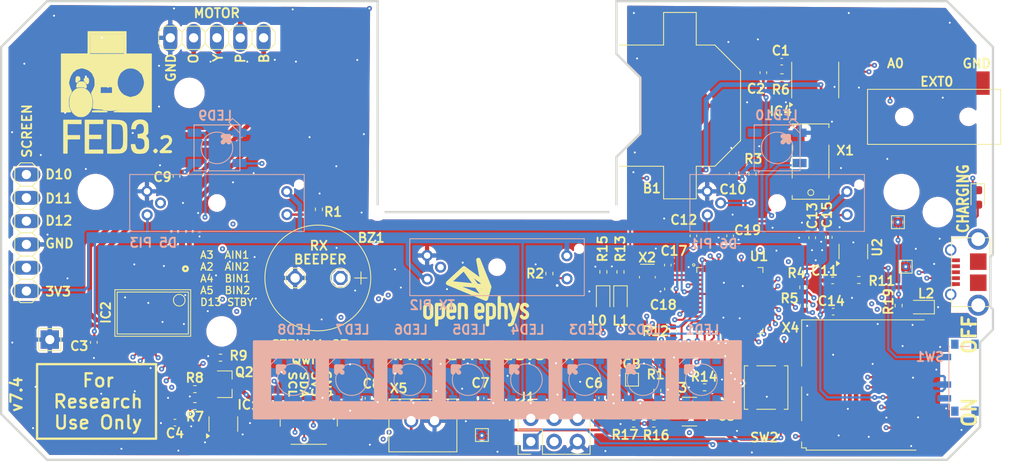
<source format=kicad_pcb>
(kicad_pcb (version 20241229) (generator "pcbnew") (generator_version "9.0")
  (layers (0 "F.Cu" signal) (4 "In1.Cu" signal) (6 "In2.Cu" signal) (2 "B.Cu" signal) (13 "F.Paste" user) (15 "B.Paste" user) (5 "F.SilkS" user "F.Silkscreen") (7 "B.SilkS" user "B.Silkscreen") (1 "F.Mask" user) (3 "B.Mask" user) (25 "Edge.Cuts" user))
  (net 0 "")
  (net 1 "GND")
  (net 2 "Net-(IC4-VDD)")
  (net 3 "Net-(U1-VDDCORE)")
  (net 4 "+3V3")
  (net 5 "/IOs Interface/VCCNEO")
  (net 6 "Net-(U1-PA00{slash}EINT0{slash}SERCOM1.0)")
  (net 7 "Net-(U1-PA01{slash}EINT1{slash}SERCOM1.1)")
  (net 9 "/EN")
  (net 10 "/BLUE")
  (net 11 "/ORANGE")
  (net 12 "/PINK")
  (net 13 "/YELLOW")
  (net 14 "Net-(IC4-XI)")
  (net 15 "Net-(IC4-XO)")
  (net 16 "Net-(LED1-DI)")
  (net 17 "Net-(LED1-DO)")
  (net 18 "Net-(LED2-DO)")
  (net 19 "Net-(LED3-DO)")
  (net 20 "Net-(LED5-DO)")
  (net 21 "Net-(LED6-DO)")
  (net 22 "Net-(LED7-DO)")
  (net 23 "Net-(LED8-DO)")
  (net 24 "Net-(LED10-DI)")
  (net 25 "/Controller Stage/SCL")
  (net 26 "Net-(PI1-Pad2)")
  (net 27 "Net-(PI2-Pad2)")
  (net 28 "Net-(PI3-Pad2)")
  (net 29 "Net-(CHG0-K)")
  (net 30 "Net-(U3-STAT)")
  (net 31 "Net-(U3-PROG)")
  (net 32 "Net-(L1-K)")
  (net 33 "/Controller Stage/SDA")
  (net 34 "/Controller Stage/AREF")
  (net 48 "VUSB")
  (net 51 "Net-(L0-K)")
  (net 55 "RX")
  (net 56 "A0")
  (net 57 "TX")
  (net 58 "D6")
  (net 59 "D5")
  (net 60 "D13")
  (net 61 "Net-(IC1-P$4)")
  (net 62 "A1")
  (net 63 "Net-(LED4-DO)")
  (net 65 "/Controller Stage/SQW")
  (net 66 "/Controller Stage/SWDIO")
  (net 67 "/Controller Stage/~{RESET}")
  (net 68 "D8")
  (net 69 "/Controller Stage/SWCLK")
  (net 70 "/Controller Stage/D10")
  (net 71 "/Controller Stage/D11")
  (net 72 "/Controller Stage/D12")
  (net 73 "/Controller Stage/SD_CS")
  (net 74 "/Controller Stage/SCK")
  (net 75 "D+")
  (net 77 "D-")
  (net 78 "/Controller Stage/D7")
  (net 79 "/Controller Stage/MISO")
  (net 80 "A2")
  (net 81 "A5")
  (net 82 "A4")
  (net 83 "A3")
  (net 84 "D9")
  (net 87 "Net-(IC4-VBAT)")
  (net 95 "Net-(L2-A)")
  (net 96 "VBat")
  (net 98 "/Controller Stage/MOSI")
  (footprint "Button_Switch_SMD:SW_SPST_TL3305B" (layer "F.Cu") (at 177.8 122.125 -90)
    (property "Reference" "SW2")
    (property "Value" "SPST_TACT-KMR2" (hide yes))
  )
  (footprint "Resistor_SMD:R_0402_1005Metric" (layer "F.Cu") (at 165.575168 126.05)
    (property "Reference" "R16")
    (property "Value" "100k 0.1%" (hide yes))
  )
  (footprint "FED3_PCBLib:1X06" (layer "F.Cu") (at 97.2511 105.2536 -90)
    (property "Reference" "SCREEN0" (hide yes))
    (property "Value" "PINHD-1X6" (hide yes))
  )
  (footprint "TestPoint:TestPoint_Pad_1.0x1.0mm" (layer "F.Cu") (at 193 108.95 90)
    (property "Reference" "TP4" (hide yes))
    (property "Value" "VUSB" (hide yes))
  )
  (footprint "Capacitor_SMD:C_0402_1005Metric" (layer "F.Cu") (at 167.11 111.3875 -90)
    (property "Reference" "C18")
    (property "Value" "22pF" (hide yes))
  )
  (footprint "Capacitor_SMD:C_0402_1005Metric" (layer "F.Cu") (at 167.1 108.7725 90)
    (property "Reference" "C17")
    (property "Value" "22pF" (hide yes))
  )
  (footprint "Resistor_SMD:R_0402_1005Metric" (layer "F.Cu") (at 165.95 122.45 -90)
    (property "Reference" "R10")
    (property "Value" "1k" (hide yes))
  )
  (footprint "Crystal:Crystal_SMD_MicroCrystal_CC8V-T1A-2Pin_2.0x1.2mm" (layer "F.Cu") (at 164.87 110.0975 -90)
    (property "Reference" "X2")
    (property "Value" "uXtal" (hide yes))
  )
  (footprint "Resistor_SMD:R_0402_1005Metric" (layer "F.Cu") (at 179.52 88.3)
    (property "Reference" "R6")
    (property "Value" "1k" (hide yes))
  )
  (footprint "Resistor_SMD:R_0402_1005Metric" (layer "F.Cu") (at 171.1 122.1 180)
    (property "Reference" "R14")
    (property "Value" "2k2" (hide yes))
  )
  (footprint "Capacitor_SMD:C_0402_1005Metric" (layer "F.Cu") (at 174.1555 98.8124 90)
    (property "Reference" "C10")
    (property "Value" "1uF" (hide yes))
  )
  (footprint "Resistor_SMD:R_0402_1005Metric" (layer "F.Cu") (at 163.377668 126.05 180)
    (property "Reference" "R17")
    (property "Value" "100k 0.1%" (hide yes))
  )
  (footprint "Capacitor_SMD:C_0402_1005Metric" (layer "F.Cu") (at 179.5 86.6 180)
    (property "Reference" "C1")
    (property "Value" "10µF" (hide yes))
  )
  (footprint "FED3_PCBLib:CR1220" (layer "F.Cu") (at 168.4151 91.3956 90)
    (property "Reference" "B1")
    (property "Value" "CR1220" (hide yes))
  )
  (footprint "FED3_PCBLib:oe logo" (layer "F.Cu") (at 146.25 111.7)
    (property "Reference" "G***" (hide yes))
    (property "Value" "LOGO" (hide yes))
  )
  (footprint "LED_SMD:LED_0603_1608Metric" (layer "F.Cu") (at 194.635 113.36 180)
    (property "Reference" "L2")
    (property "Value" "DNP" (hide yes))
  )
  (footprint "LED_SMD:LED_0603_1608Metric" (layer "F.Cu") (at 161.94 112.52 -90)
    (property "Reference" "L1")
    (property "Value" "GREEN" (hide yes))
  )
  (footprint "Resistor_SMD:R_0402_1005Metric" (layer "F.Cu") (at 181.9 113.2 -90)
    (property "Reference" "R5")
    (property "Value" "4k7" (hide yes))
  )
  (footprint "Capacitor_SMD:C_0402_1005Metric" (layer "F.Cu") (at 134.5 123.3 90)
    (property "Reference" "C8")
    (property "Value" "1uF" (hide yes))
  )
  (footprint "FED3_PCBLib:TSMT3" (layer "F.Cu") (at 118.85 121.7625 -90)
    (property "Reference" "Q2")
    (property "Value" "DMP2035U-7" (hide yes))
  )
  (footprint "Connector_PinHeader_2.54mm:PinHeader_2x03_P2.54mm_Vertical" (layer "F.Cu") (at 152.175 128.015 90)
    (property "Reference" "J1")
    (property "Value" "Conn_02x03_Odd_Even" (hide yes))
  )
  (footprint "Capacitor_SMD:C_0402_1005Metric" (layer "F.Cu") (at 159.95 123.25 90)
    (property "Reference" "C6")
    (property "Value" "1uF" (hide yes))
  )
  (footprint "Capacitor_SMD:C_0402_1005Metric" (layer "F.Cu") (at 104.6 117.2 -90)
    (property "Reference" "C3")
    (property "Value" "10µF" (hide yes))
  )
  (footprint "Resistor_SMD:R_0402_1005Metric" (layer "F.Cu") (at 167.67 116.025 90)
    (property "Reference" "R12")
    (property "Value" "330R" (hide yes))
  )
  (footprint "FED3_PCBLib:SSOP24" (layer "F.Cu") (at 111.0111 114.0016 180)
    (property "Reference" "IC2")
    (property "Value" "TB6612FNG" (hide yes))
  )
  (footprint "Package_TO_SOT_SMD:SOT-23-5" (layer "F.Cu") (at 169.45 124.75)
    (property "Reference" "U3")
    (property "Value" "MCP73831T" (hide yes))
  )
  (footprint "FED3_PCBLib:CRYSTAL_8X3.8" (layer "F.Cu") (at 182.6391 97.4916 -90)
    (property "Reference" "X1")
    (property "Value" "ClockXtal" (hide yes))
  )
  (footprint "Resistor_SMD:R_0402_1005Metric" (layer "F.Cu") (at 115.6 122.3)
    (property "Reference" "R8")
    (property "Value" "4k7" (hide yes))
  )
  (footprint "Package_TO_SOT_SMD:SOT-23-5" (layer "F.Cu") (at 118.7 126.1 90)
    (property "Reference" "IC1")
    (property "Value" "MC74VHC1GT125" (hide yes))
  )
  (footprint "Capacitor_SMD:C_0402_1005Metric" (layer "F.Cu") (at 173.88 105.5875 90)
    (property "Reference" "C19")
    (property "Value" "1uF" (hide yes))
  )
  (footprint "FED3_PCBLib:MICROSD" (layer "F.Cu") (at 181.77 128.9 90)
    (property "Reference" "X4")
    (property "Value" "microsd" (hide yes))
  )
  (footprint "" (layer "F.Cu") (at 196.5011 103.0036)
    (property "Reference" "@HOLE1" (hide yes))
    (property "Value" "" (hide yes))
  )
  (footprint "Resistor_SMD:R_0402_1005Metric" (layer "F.Cu") (at 160.08 109.52 90)
    (property "Reference" "R15")
    (property "Value" "10k" (hide yes))
  )
  (footprint "Resistor_SMD:R_0402_1005Metric" (layer "F.Cu") (at 187.9 110.4)
    (property "Reference" "R11")
    (property "Value" "100k 0.1%" (hide yes))
  )
  (footprint "TestPoint:TestPoint_Pad_1.0x1.0mm" (layer "F.Cu") (at 163.2 121.266)
    (property "Reference" "TP2" (hide yes))
    (property "Value" "VccNEO" (hide yes))
  )
  (footprint "LED_SMD:LED_0603_1608Metric" (layer "F.Cu") (at 160.05 112.52 -90)
    (property "Reference" "L0")
    (property "Value" "RED" (hide yes))
  )
  (footprint "Package_SO:SO-8_3.9x4.9mm_P1.27mm" (layer "F.Cu") (at 183.1471 88.6016 90)
    (property "Reference" "IC4")
    (property "Value" "RTC PCF8523T" (hide yes))
  )
  (footprint "Capacitor_SMD:C_0402_1005Metric" (layer "F.Cu") (at 184.625 105.75 90)
    (property "Reference" "C15")
    (property "Value" "1uF" (hide yes))
  )
  (footprint "Capacitor_SMD:C_0402_1005Metric" (layer "F.Cu") (at 146.7 123.3 90)
    (property "Reference" "C7")
    (property "Value" "1uF" (hide yes))
  )
  (footprint "" (layer "F.Cu") (at 161.5011 103.0036)
    (property "Reference" "@HOLE2" (hide yes))
    (property "Value" "" (hide yes))
  )
  (footprint "Connector_JST:JST_SH_BM04B-SRSS-TB_1x04-1MP_P1.00mm_Vertical" (layer "F.Cu") (at 128 126.3 180)
    (property "Reference" "AUX_I2C0" (hide yes))
    (property "Value" "Qwiic" (hide yes))
  )
  (footprint "Capacitor_SMD:C_0402_1005Metric" (layer "F.Cu") (at 113.425 125.95 180)
    (property "Reference" "C4")
    (property "Value" "10µF" (hide yes))
  )
  (footprint "Capacitor_SMD:C_0402_1005Metric" (layer "F.Cu") (at 169.88 105.5875 90)
    (property "Reference" "C12")
    (property "Value" "1uF" (hide yes))
  )
  (footprint "" (layer "F.Cu") (at 192.5451 100.7936)
    (property "Reference" "")
    (property "Value" "" (hide yes))
  )
  (footprint "Resistor_SMD:R_0402_1005Metric" (layer "F.Cu") (at 161.94 109.52 90)
    (property "Reference" "R13")
    (property "Value" "2k2" (hide yes))
  )
  (footprint "TestPoint:TestPoint_Pad_1.0x1.0mm" (layer "F.Cu") (at 192.15 104.1 90)
    (property "Reference" "TP1" (hide yes))
    (property "Value" "3V3" (hide yes))
  )
  (footprint "FED3_PCBLib:TQFN48_7MM" (layer "F.Cu") (at 173.85 112.6375 -90)
    (property "Reference" "U1")
    (property "Value" "ATSAMD21G18A" (hide yes))
  )
  (footprint "" (layer "F.Cu") (at 135.5011 103.0036)
    (property "Reference" "@HOLE2" (hide yes))
    (property "Value" "" (hide yes))
  )
  (footprint "Capacitor_SMD:C_0402_1005Metric" (layer "F.Cu") (at 177.5 87.8 90)
    (property "Reference" "C2")
    (property "Value" "10µF" (hide yes))
  )
  (footprint "Resistor_SMD:R_0402_1005Metric" (layer "F.Cu") (at 192.23 113.19 -90)
    (property "Reference" "R19")
    (property "Value" "DNP" (hide yes))
  )
  (footprint "Capacitor_SMD:C_0402_1005Metric" (layer "F.Cu") (at 185.1 113.85)
    (property "Reference" "C14")
    (property "Value" "10µF" (hide yes))
  )
  (footprint "FED3_PCBLib:JST-XH-02-PACKAGE-ROUND-PAD" (layer "F.Cu") (at 140.4243 125.7364 180)
    (property "Reference" "X5")
    (property "Value" "JST-XH-02" (hide yes))
  )
  (footprint "Capacitor_SMD:C_0402_1005Metric" (layer "F.Cu") (at 182.825 105.8 90)
    (property "Reference" "C13")
    (property "Value" "10µF" (hide yes))
  )
  (footprint "Resistor_SMD:R_0402_1005Metric" (layer "F.Cu") (at 181.85 111.2 -90)
    (property "Reference" "R4")
    (property "Value" "4k7" (hide yes))
  )
  (footprint "FED3_PCBLib:ZX62D-B-5P8" (layer "F.Cu") (at 200.9 109.55 90)
    (property "Reference" "USB0" (hide yes))
    (property "Value" "USB_MICRO_B" (hide yes))
  )
  (footprint "Resistor_SMD:R_0402_1005Metric" (layer "F.Cu") (at 118.39 118.87)
    (property "Reference" "R9")
    (property "Value" "34k" (hide yes))
  )
  (footprint "" (layer "F.Cu") (at 118.5011 116.0036)
    (property "Reference" "@HOLE6" (hide yes))
    (property "Value" "" (hide yes))
  )
  (footprint "Resistor_SMD:R_0402_1005Metric" (layer "F.Cu") (at 129.1 102.7 90)
    (property "Reference" "R1")
    (property "Value" "1k" (hide yes))
  )
  (footprint "Resistor_SMD:R_0402_1005Metric" (layer "F.Cu") (at 176.3091 98.8436 90)
    (property "Reference" "R3")
    (property "Value" "1k" (hide yes))
  )
  (footprint "Capacitor_SMD:C_0402_1005Metric" (layer "F.Cu") (at 185.05 110.45 180)
    (property "Reference" "C11")
    (property "Value" "10µF" (hide yes))
  )
  (footprint "TestPoint:TestPoint_THTPad_2.0x2.0mm_Drill1.0mm" (layer "F.Cu") (at 99.8 116.9 90)
    (property "Reference" "TP5" (hide yes))
    (property "Value" "GND" (hide yes))
  )
  (footprint "" (layer "F.Cu") (at 104.7881 100.7936)
    (property "Reference" "@HOLE5" (hide yes))
    (property "Value" "" (hide yes))
  )
  (footprint "FED3_PCBLib:Buzzer" (layer "F.Cu") (at 128.9846 110.18 180)
    (property "Reference" "BZ1")
    (property "Value" "Buzzer" (hide yes))
  )
  (footprint "FED3_PCBLib:1X05" (layer "F.Cu") (at 118.0011 84.0036)
    (property "Reference" "MOTOR0" (hide yes))
    (property "Value" "PINHD-1X5" (hide yes))
  )
  (footprint "Capacitor_SMD:C_0402_1005Metric" (layer "F.Cu") (at 165.615168 124.7 180)
    (property "Reference" "C16")
    (property "Value" "10µF" (hide yes))
  )
  (footprint "TestPoint:TestPoint_Pad_1.0x1.0mm" (layer "F.Cu") (at 146.85 127.3 90)
    (property "Reference" "TP3" (hide yes))
    (property "Value" "VBat" (hide yes))
  )
  (footprint "Capacitor_SMD:C_0402_1005Metric" (layer "F.Cu") (at 173.5 123.4 90)
    (property "Reference" "C5")
    (property "Value" "1uF" (hide yes))
  )
  (footprint "Resistor_SMD:R_0402_1005Metric" (layer "F.Cu") (at 154.2 109.7 90)
    (property "Reference" "R2")
    (property "Value" "1k" (hide yes))
  )
  (footprint "Capacitor_SMD:C_0402_1005Metric" (layer "F.Cu") (at 113.6 99.1 -90)
    (property "Reference" "C9")
    (property "Value" "1uF" (hide yes))
  )
  (footprint "Resistor_SMD:R_0402_1005Metric" (layer "F.Cu") (at 115.6 124.15 180)
    (property "Reference" "R7")
    (property "Value" "DNP" (hide yes))
  )
  (footprint "FED3_PCBLib:35RASMT2BHNTRX" (layer "F.Cu") (at 199.8443 92.6148 180)
    (property "Reference" "EXT0")
    (property "Value" "STEREO_JACK" (hide yes))
  )
  (footprint "Package_TO_SOT_SMD:SOT-23-5" (layer "F.Cu") (at 187.3 107.3 90)
    (property "Reference" "U2")
    (property "Value" "MIC5504-3.3" (hide yes))
  )
  (footprint "" (layer "F.Cu") (at 115.0011 90.0036)
    (property "Reference" "@HOLE0" (hide yes))
    (property "Value" "" (hide yes))
  )
  (footprint "LED_SMD:LED_0603_1608Metric" (layer "F.Cu") (at 200.85 101.4 -90)
    (property "Reference" "CHG0" (hide yes))
    (property "Value" "RED" (hide yes))
  )
  (footprint "FED3_PCBLib:FED_logo" (layer "F.Cu") (at 105.8 90)
    (property "Reference" "G***" (hide yes))
    (property "Value" "LOGO" (hide yes))
  )
  (footprint "FED3_PCBLib:WS2812B" (layer "B.Cu") (at 179.0011 96.0004 180)
    (property "Reference" "LED10")
    (property "Value" "RGBLed" (hide yes))
  )
  (footprint "FED3_PCBLib:WS2812B" (layer "B.Cu") (at 151.7019 121.266 -90)
    (property "Reference" "LED4")
    (property "Value" "RGBLed" (hide yes))
  )
  (footprint "FED3_PCBLib:SSSS811101" (layer "B.Cu") (at 199.45 121.05 -90)
    (property "Reference" "SW1")
    (property "Value" "Sw" (hide yes))
  )
  (footprint "FED3_PCBLib:WS2812B" (layer "B.Cu") (at 118.0011 96.0004 180)
    (property "Reference" "LED9")
    (property "Value" "RGBLed" (hide yes))
  )
  (footprint "FED3_PCBLib:WS2812B" (layer "B.Cu") (at 126.3019 121.266 -90)
    (property "Reference" "LED8")
    (property "Value" "RGBLed" (hide yes))
  )
  (footprint "FED3_PCBLib:WS2812B" (layer "B.Cu") (at 158.0519 121.266 -90)
    (property "Reference" "LED3")
    (property "Value" "RGBLed" (hide yes))
  )
  (footprint "FED3_PCBLib:WS2812B" (layer "B.Cu") (at 170.7519 121.266 -90)
    (property "Reference" "LED1")
    (property "Value" "RGBLed" (hide yes))
  )
  (footprint "FED3_PCBLib:GP1A57HR" (layer "B.Cu") (at 118.0011 102.0036 180)
    (property "Reference" "PI3" (hide yes))
    (property "Value" "GP1A57HR" (hide yes))
  )
  (footprint "FED3_PCBLib:GP1A57HR" (layer "B.Cu") (at 179.0011 102.0036 180)
    (property "Reference" "PI1" (hide yes))
    (property "Value" "GP1A57HR" (hide yes))
  )
  (footprint "FED3_PCBLib:GP1A57HR" (layer "B.Cu") (at 148.5011 109.0036 180)
    (property "Reference" "PI2" (hide yes))
    (property "Value" "GP1A57HR" (hide yes))
  )
  (footprint "FED3_PCBLib:WS2812B" (layer "B.Cu") (at 164.4019 121.266 -90)
    (property "Reference" "LED2")
    (property "Value" "RGBLed" (hide yes))
  )
  (footprint "FED3_PCBLib:WS2812B" (layer "B.Cu") (at 139.0019 121.266 -90)
    (property "Reference" "LED6")
    (property "Value" "RGBLed" (hide yes))
  )
  (footprint "FED3_PCBLib:WS2812B" (layer "B.Cu") (at 132.6519 121.266 -90)
    (property "Reference" "LED7")
    (property "Value" "RGBLed" (hide yes))
  )
  (footprint "FED3_PCBLib:WS2812B" (layer "B.Cu") (at 145.3519 121.266 -90)
    (property "Reference" "LED5")
    (property "Value" "RGBLed" (hide yes))
  )
  (gr_circle (center 114.5671 109.1756) (end 114.8211 109.1756) (stroke (width 0.254)) (fill no) (layer "F.SilkS"))
  (gr_line (start 111.367 119.572) (end 111.367 127.7) (stroke (width 0.254)) (layer "F.SilkS"))
  (gr_line (start 98.413 119.572) (end 111.367 119.572) (stroke (width 0.254)) (layer "F.SilkS"))
  (gr_line (start 98.413 127.7) (end 98.413 119.572) (stroke (width 0.254)) (layer "F.SilkS"))
  (gr_line (start 111.367 127.7) (end 98.413 127.7) (stroke (width 0.254)) (layer "F.SilkS"))
  (gr_line (start 156.4136 119.8436) (end 157.0486 120.4786) (stroke (width 0.508)) (layer "B.SilkS"))
  (gr_line (start 137.3636 119.8436) (end 137.9986 120.4786) (stroke (width 0.508)) (layer "B.SilkS"))
  (gr_line (start 169.1136 119.8436) (end 169.7486 119.8436) (stroke (width 0.508)) (layer "B.SilkS"))
  (gr_line (start 162.7636 119.8436) (end 163.3986 120.4786) (stroke (width 0.508)) (layer "B.SilkS"))
  (gr_line (start 169.1136 119.8436) (end 169.7486 120.4786) (stroke (width 0.508)) (layer "B.SilkS"))
  (gr_line (start 162.7636 119.8436) (end 163.3986 119.8436) (stroke (width 0.508)) (layer "B.SilkS"))
  (gr_line (start 124.6636 119.8436) (end 125.2986 120.4786) (stroke (width 0.508)) (layer "B.SilkS"))
  (gr_line (start 119.2915 94.7357) (end 119.2915 95.3707) (stroke (width 0.508)) (layer "B.SilkS"))
  (gr_line (start 180.2515 94.7357) (end 179.6165 95.3707) (stroke (width 0.508)) (layer "B.SilkS"))
  (gr_line (start 156.4136 119.8436) (end 156.4136 120.4786) (stroke (width 0.508)) (layer "B.SilkS"))
  (gr_line (start 143.7136 119.8436) (end 144.3486 120.4786) (stroke (width 0.508)) (layer "B.SilkS"))
  (gr_line (start 131.0136 119.8436) (end 131.0136 120.4786) (stroke (width 0.508)) (layer "B.SilkS"))
  (gr_line (start 137.3636 119.8436) (end 137.3636 120.4786) (stroke (width 0.508)) (layer "B.SilkS"))
  (gr_line (start 150.0636 119.8436) (end 150.6986 120.4786) (stroke (width 0.508)) (layer "B.SilkS"))
  (gr_line (start 180.2515 94.7357) (end 180.2515 95.3707) (stroke (width 0.508)) (layer "B.SilkS"))
  (gr_line (start 131.0136 119.8436) (end 131.6486 120.4786) (stroke (width 0.508)) (layer "B.SilkS"))
  (gr_line (start 169.1136 119.8436) (end 169.1136 120.4786) (stroke (width 0.508)) (layer "B.SilkS"))
  (gr_line (start 119.2915 94.7357) (end 118.6565 95.3707) (stroke (width 0.508)) (layer "B.SilkS"))
  (gr_line (start 137.3636 119.8436) (end 137.9986 119.8436) (stroke (width 0.508)) (layer "B.SilkS"))
  (gr_line (start 143.7136 119.8436) (end 144.3486 119.8436) (stroke (width 0.508)) (layer "B.SilkS"))
  (gr_line (start 156.4136 119.8436) (end 157.0486 119.8436) (stroke (width 0.508)) (layer "B.SilkS"))
  (gr_line (start 162.7636 119.8436) (end 162.7636 120.4786) (stroke (width 0.508)) (layer "B.SilkS"))
  (gr_line (start 150.0636 119.8436) (end 150.0636 120.4786) (stroke (width 0.508)) (layer "B.SilkS"))
  (gr_line (start 124.6636 119.8436) (end 124.6636 120.4786) (stroke (width 0.508)) (layer "B.SilkS"))
  (gr_line (start 119.2915 94.7357) (end 118.6565 94.7357) (stroke (width 0.508)) (layer "B.SilkS"))
  (gr_line (start 150.0636 119.8436) (end 150.6986 119.8436) (stroke (width 0.508)) (layer "B.SilkS"))
  (gr_line (start 131.0136 119.8436) (end 131.6486 119.8436) (stroke (width 0.508)) (layer "B.SilkS"))
  (gr_line (start 143.7136 119.8436) (end 143.7136 120.4786) (stroke (width 0.508)) (layer "B.SilkS"))
  (gr_line (start 124.6636 119.8436) (end 125.2986 119.8436) (stroke (width 0.508)) (layer "B.SilkS"))
  (gr_line (start 180.2515 94.7357) (end 179.6165 94.7357) (stroke (width 0.508)) (layer "B.SilkS"))
  (gr_line (start 201.1011 126.4036) (end 201.1011 117.2036) (stroke (width 0.25)) (layer "Edge.Cuts"))
  (gr_line (start 161.5011 103.0036) (end 135.5011 103.0036) (stroke (width 0.25)) (layer "Edge.Cuts"))
  (gr_line (start 161.5011 80.0036) (end 161.5011 85.7516) (stroke (width 0.25)) (layer "Edge.Cuts"))
  (gr_line (start 161.5011 85.7516) (end 164.0971 88.3476) (stroke (width 0.25)) (layer "Edge.Cuts"))
  (gr_line (start 99.5011 80.0036) (end 94.5011 85.0036) (stroke (width 0.25)) (layer "Edge.Cuts"))
  (gr_line (start 202.2211 107.8836) (end 202.5011 107.6036) (stroke (width 0.25)) (layer "Edge.Cuts"))
  (gr_line (start 202.5011 85.0036) (end 197.5011 80.0036) (stroke (width 0.25)) (layer "Edge.Cuts"))
  (gr_line (start 202.2211 113.3236) (end 202.2211 107.8836) (stroke (width 0.25)) (layer "Edge.Cuts"))
  (gr_line (start 202.5011 107.6036) (end 202.5011 85.0036) (stroke (width 0.25)) (layer "Edge.Cuts"))
  (gr_line (start 161.5011 96.9836) (end 161.5011 103.0036) (stroke (width 0.25)) (layer "Edge.Cuts"))
  (gr_line (start 202.5011 113.6036) (end 202.2211 113.3236) (stroke (width 0.25)) (layer "Edge.Cuts"))
  (gr_line (start 135.5011 103.0036) (end 135.5011 80.0036) (stroke (width 0.25)) (layer "Edge.Cuts"))
  (gr_line (start 94.5011 125.0036) (end 99.5011 130.0036) (stroke (width 0.25)) (layer "Edge.Cuts"))
  (gr_line (start 164.0971 88.3476) (end 164.0971 94.4436) (stroke (width 0.25)) (layer "Edge.Cuts"))
  (gr_line (start 197.5011 130.0036) (end 201.1011 126.4036) (stroke (width 0.25)) (layer "Edge.Cuts"))
  (gr_line (start 197.5011 80.0036) (end 161.5011 80.0036) (stroke (width 0.25)) (layer "Edge.Cuts"))
  (gr_line (start 202.5011 115.8036) (end 202.5011 113.6036) (stroke (width 0.25)) (layer "Edge.Cuts"))
  (gr_line (start 94.5011 85.0036) (end 94.5011 125.0036) (stroke (width 0.25)) (layer "Edge.Cuts"))
  (gr_line (start 99.5011 130.0036) (end 197.5011 130.0036) (stroke (width 0.25)) (layer "Edge.Cuts"))
  (gr_line (start 164.0971 94.4436) (end 161.5011 96.9836) (stroke (width 0.25)) (layer "Edge.Cuts"))
  (gr_line (start 201.1011 117.2036) (end 202.5011 115.8036) (stroke (width 0.25)) (layer "Edge.Cuts"))
  (gr_line (start 135.5011 80.0036) (end 99.5011 80.0036) (stroke (width 0.25)) (layer "Edge.Cuts"))
  (gr_text "SCREEN" (at 97.9 97.19 90) (layer "F.SilkS") (effects (font (size 1 1) (thickness 0.2) (bold yes)) (justify left bottom)))
  (gr_text "BEEPER" (at 126.265 108.745 0) (layer "F.SilkS") (effects (font (size 1 1) (thickness 0.2)) (justify left bottom)))
  (gr_text "SCL" (at 125.75 120.25 270) (layer "F.SilkS") (effects (font (size 0.8 1) (thickness 0.2)) (justify left bottom)))
  (gr_text "Qwiic" (at 128.08 119.06 0) (layer "F.SilkS") (effects (font (size 1 1) (thickness 0.2) (bold yes))))
  (gr_text "Y" (at 118.7 86.734524 90) (layer "F.SilkS") (effects (font (size 1 1) (thickness 0.2)) (justify left bottom)))
  (gr_text "B" (at 123.725 86.877381 90) (layer "F.SilkS") (effects (font (size 1 1) (thickness 0.2)) (justify left bottom)))
  (gr_text "MOTOR" (at 115.35 81.9 0) (layer "F.SilkS") (effects (font (size 1 1) (thickness 0.2) (bold yes)) (justify left bottom)))
  (gr_text "STEMMA QT" (at 128.08 117.53 0) (layer "F.SilkS") (effects (font (size 1 1) (thickness 0.25) (bold yes))))
  (gr_text "D10" (at 99.2 99.475 0) (layer "F.SilkS") (effects (font (size 1 1) (thickness 0.2)) (justify left bottom)))
  (gr_text "ON" (at 200.81 126.6 90) (layer "F.SilkS") (effects (font (size 1.5 1.5) (thickness 0.3)) (justify left bottom)))
  (gr_text "A3  AIN1\nA2  AIN2\nA4  BIN1\nA5  BIN2\nD13 STBY" (at 116.0911 113.2876 0) (layer "F.SilkS") (effects (font (size 0.8 0.8) (thickness 0.13716)) (justify left bottom)))
  (gr_text "GND" (at 199.07 87.39 0) (layer "F.SilkS") (effects (font (size 1 1) (thickness 0.2)) (justify left bottom)))
  (gr_text "GND" (at 99.2 107 0) (layer "F.SilkS") (effects (font (size 1 1) (thickness 0.2)) (justify left bottom)))
  (gr_text "VCC\nRGB" (at 162.66 120.13 0) (layer "F.SilkS") (effects (font (size 1 1) (thickness 0.2) (bold yes)) (justify bottom)))
  (gr_text "For\nResearch\nUse Only" (at 105.0624 126.7754 0) (layer "F.SilkS") (effects (font (size 1.42494 1.42494) (thickness 0.25146)) (justify bottom)))
  (gr_text "GND" (at 113.575 88.925 90) (layer "F.SilkS") (effects (font (size 1 1) (thickness 0.2)) (justify left bottom)))
  (gr_text "A0" (at 190.85 87.37 0) (layer "F.SilkS") (effects (font (size 1 1) (thickness 0.2)) (justify left bottom)))
  (gr_text "CHARGING" (at 199.95 105.41 90) (layer "F.SilkS") (effects (font (size 1.2 1) (thickness 0.24) (bold yes)) (justify left bottom)))
  (gr_text "O" (at 116.025 86.925 90) (layer "F.SilkS") (effects (font (size 1 1) (thickness 0.2)) (justify left bottom)))
  (gr_text "3V3" (at 128.25 120.25 270) (layer "F.SilkS") (effects (font (size 0.8 1) (thickness 0.2)) (justify left bottom)))
  (gr_text "RX" (at 127.98 107.25 0) (layer "F.SilkS") (effects (font (size 1 1) (thickness 0.2)) (justify left bottom)))
  (gr_text "P" (at 121.15 86.877381 90) (layer "F.SilkS") (effects (font (size 1 1) (thickness 0.2)) (justify left bottom)))
  (gr_text "www.kravitzlab.com" (at 146.224814 118.32 0) (layer "F.SilkS") (effects (font (size 1.5 1.5) (thickness 0.3) (bold yes))))
  (gr_text "D12" (at 99.2 104.525 0) (layer "F.SilkS") (effects (font (size 1 1) (thickness 0.2)) (justify left bottom)))
  (gr_text "3V3" (at 99.2 112.25 0) (layer "F.SilkS") (effects (font (size 1 1) (thickness 0.2)) (justify left bottom)))
  (gr_text "OFF" (at 200.81 118.62 90) (layer "F.SilkS") (effects (font (size 1.5 1.5) (thickness 0.3)) (justify left bottom)))
  (gr_text "SDA" (at 127 120.25 270) (layer "F.SilkS") (effects (font (size 0.8 1) (thickness 0.2)) (justify left bottom)))
  (gr_text ".2" (at 110.7 96.628 0) (layer "F.SilkS") (effects (font (size 1.64084 1.64084) (thickness 0.328168) (bold yes)) (justify left bottom)))
  (gr_text "GND" (at 129.5 120.1 270) (layer "F.SilkS") (effects (font (size 0.8 1) (thickness 0.2)) (justify left bottom)))
  (gr_text "v7.4" (at 96.88 124.92 90) (layer "F.SilkS") (effects (font (size 1.20904 1.20904) (thickness 0.241808) (bold yes)) (justify left bottom)))
  (gr_text "D11" (at 99.2 102.1 0) (layer "F.SilkS") (effects (font (size 1 1) (thickness 0.2)) (justify left bottom)))
  (gr_text "D6 PI1" (at 174.8 107.05 0) (layer "B.SilkS") (effects (font (size 1 1) (thickness 0.2)) (justify left bottom mirror)))
  (gr_text "TX PI2" (at 144.025 113.725 0) (layer "B.SilkS") (effects (font (size 1 1) (thickness 0.2)) (justify left bottom mirror)))
  (gr_text "D5 PI3" (at 113.775 106.925 0) (layer "B.SilkS") (effects (font (size 1 1) (thickness 0.2)) (justify left bottom mirror)))
  (segment (start 184.62769 110.39231) (end 184.57 110.45) (width 0.22) (layer "F.Cu") (net 1))
  (segment (start 112.6361 109.2861) (end 112.6361 110.5816) (width 0.3) (layer "F.Cu") (net 1))
  (segment (start 173.6 116.0925) (end 173.62 116.1125) (width 0.22) (layer "F.Cu") (net 1))
  (segment (start 172.437927 114.640889) (end 173.6 114.640889) (width 0.22) (layer "F.Cu") (net 1))
  (segment (start 168.1 108.2825) (end 168.11 108.2725) (width 0.22) (layer "F.Cu") (net 1))
  (segment (start 159.235 108.9725) (end 159.21 108.9475) (width 0.22) (layer "F.Cu") (net 1))
  (segment (start 120.8 127.2375) (end 119.65 127.2375) (width 0.25) (layer "F.Cu") (net 1))
  (segment (start 111.9 126) (end 112.895 126) (width 0.25) (layer "F.Cu") (net 1))
  (segment (start 170.4325 111.925) (end 171.553333 111.925) (width 0.22) (layer "F.Cu") (net 1))
  (segment (start 109 108.7) (end 109.3861 109.0861) (width 0.3) (layer "F.Cu") (net 1))
  (segment (start 162.867668 126.05) (end 162 126.05) (width 0.25) (layer "F.Cu") (net 1))
  (segment (start 166.643514 111.993514) (end 166.983986 111.993514) (width 0.22) (layer "F.Cu") (net 1))
  (segment (start 175.2518 111.062165) (end 175.254753 111.062165) (width 0.22) (layer "F.Cu") (net 1))
  (segment (start 173.6 114.640889) (end 173.6 116.0925) (width 0.22) (layer "F.Cu") (net 1))
  (segment (start 173 121.25) (end 173.04 121.29) (width 0.22) (layer "F.Cu") (net 1))
  (segment (start 187.3 108.3) (end 187.35 108.35) (width 0.35) (layer "F.Cu") (net 1))
  (segment (start 187.3 106.3) (end 187.3 108.3) (width 0.35) (layer "F.Cu") (net 1))
  (segment (start 167.11 106.9725) (end 167.11 108.2825) (width 0.22) (layer "F.Cu") (net 1))
  (segment (start 112.225 108.875) (end 112.6361 109.2861) (width 0.3) (layer "F.Cu") (net 1))
  (segment (start 171.553333 111.925) (end 171.57 111.908333) (width 0.22) (layer "F.Cu") (net 1))
  (segment (start 130.716405 125.548435) (end 129.548435 125.548435) (width 0.22) (layer "F.Cu") (net 1))
  (segment (start 190.907836 125.407836) (end 191.367332 125.407836) (width 0.25) (layer "F.Cu") (net 1))
  (segment (start 175.926918 110.39) (end 177.31 110.39) (width 0.22) (layer "F.Cu") (net 1))
  (segment (start 129.548435 125.548435) (end 129.5 125.5) (width 0.22) (layer "F.Cu") (net 1))
  (segment (start 174.12 110.40472) (end 174.12 109.2) (width 0.22) (layer "F.Cu") (net 1))
  (segment (start 109.3861 109.0861) (end 109.3861 110.5816) (width 0.3) (layer "F.Cu") (net 1))
  (segment (start 129.5 125.5) (end 129.5 124.975) (width 0.22) (layer "F.Cu") (net 1))
  (segment (start 160.06 108.9725) (end 159.235 108.9725) (width 0.22) (layer "F.Cu") (net 1))
  (segment (start 195.4225 113.36) (end 196.53 113.36) (width 0.22) (layer "F.Cu") (net 1))
  (segment (start 175.254753 111.062165) (end 175.926918 110.39) (width 0.22) (layer "F.Cu") (net 1))
  (segment (start 117.71 118.7) (end 117.88 118.87) (width 0.22) (layer "F.Cu") (net 1))
  (segment (start 166.3 111.65) (end 166.643514 111.993514) (width 0.22) (layer "F.Cu") (net 1))
  (segment (start 161 108.9225) (end 161.97 108.9225) (width 0.22) (layer "F.Cu") (net 1))
  (segment (start 162 126.05) (end 161.95 126.1) (width 0.25) (layer "F.Cu") (net 1))
  (segment (start 165.785 106.9725) (end 167.11 106.9725) (width 0.22) (layer "F.Cu") (net 1))
  (segment (start 190.9 125.4) (end 194.325 125.4) (width 0.25) (layer "F.Cu") (net 1))
  (segment (start 184.62769 109.543265) (end 184.62769 110.39231) (width 0.22) (layer "F.Cu") (net 1))
  (segment (start 194.325 125.4) (end 194.35 125.375) (width 0.25) (layer "F.Cu") (net 1))
  (segment (start 115.05 122.45) (end 115.2 122.3) (width 0.25) (layer "F.Cu") (net 1))
  (segment (start 104.6 117.68) (end 104.6 118.9) (width 0.25) (layer "F.Cu") (net 1))
  (segment (start 115.05 123.1) (end 115.05 122.45) (width 0.25) (layer "F.Cu") (net 1))
  (segment (start 167.11 108.2825) (end 168.1 108.2825) (width 0.22) (layer "F.Cu") (net 1))
  (segment (start 195.31 128.5) (end 193.6 128.5) (width 0.22) (layer "F.Cu") (net 1))
  (segment (start 190.9 125.4) (end 190.907836 125.407836) (width 0.25) (layer "F.Cu") (net 1))
  (segment (start 117.05 118.7) (end 117.71 118.7) (width 0.22) (layer "F.Cu") (net 1))
  (via (at 197.0345 90.526) (size 0.55) (drill 0.21) (layers "F.Cu" "B.Cu") (net 1))
  (via (at 181.7 104.15) (size 0.55) (drill 0.21) (layers "F.Cu" "B.Cu") (net 1))
  (via (at 185.1 118.55) (size 0.55) (drill 0.21) (layers "F.Cu" "B.Cu") (net 1))
  (via (at 163.75 86.25) (size 0.55) (drill 0.21) (layers "F.Cu" "B.Cu") (net 1))
  (via (at 161 108.9225) (size 0.55) (drill 0.21) (layers "F.Cu" "B.Cu") (net 1))
  (via (at 138.025 111.225) (size 0.55) (drill 0.21) (layers "F.Cu" "B.Cu") (net 1))
  (via (at 128.15 122.2) (size 0.55) (drill 0.21) (layers "F.Cu" "B.Cu") (net 1))
  (via (at 117.3 86.6) (size 0.55) (drill 0.21) (layers "F.Cu" "B.Cu") (net 1))
  (via (at 108.825 94.375) (size 0.55) (drill 0.21) (layers "F.Cu" "B.Cu") (net 1))
  (via (at 197.41 124.4) (size 0.55) (drill 0.21) (layers "F.Cu" "B.Cu") (net 1))
  (via (at 178.5 104.7) (size 0.55) (drill 0.21) (layers "F.Cu" "B.Cu") (net 1))
  (via (at 185.7 127.35) (size 0.55) (drill 0.21) (layers "F.Cu" "B.Cu") (net 1))
  (via (at 174.625 126.85) (size 0.55) (drill 0.21) (layers "F.Cu" "B.Cu") (net 1))
  (via (at 110.525 112.9) (size 0.55) (drill 0.21) (layers "F.Cu" "B.Cu") (net 1))
  (via (at 109 108.7) (size 0.55) (drill 0.21) (layers "F.Cu" "B.Cu") (net 1))
  (via (at 187.3 106.3) (size 0.55) (drill 0.21) (layers "F.Cu" "B.Cu") (net 1))
  (via (at 188.975 127.5) (size 0.55) (drill 0.21) (layers "F.Cu" "B.Cu") (net 1))
  (via (at 199.075 126.75) (size 0.55) (drill 0.21) (layers "F.Cu" "B.Cu") (net 1))
  (via (at 161.85 120.805) (size 0.55) (drill 0.21) (layers "F.Cu" "B.Cu") (net 1))
  (via (at 145.3 119.5) (size 0.55) (drill 0.21) (layers "F.Cu" "B.Cu") (net 1))
  (via (at 128.0831 94.833) (size 0.55) (drill 0.21) (layers "F.Cu" "B.Cu") (net 1))
  (via (at 193.75 115.3) (size 0.55) (drill 0.21) (layers "F.Cu" "B.Cu") (net 1))
  (via (at 173.35 118.7) (size 0.55) (drill 0.21) (layers "F.Cu" "B.Cu") (net 1))
  (via (at 174.925 114.575) (size 0.55) (drill 0.21) (layers "F.Cu" "B.Cu") (net 1))
  (via (at 114.3 102) (size 0.55) (drill 0.21) (layers "F.Cu" "B.Cu") (net 1))
  (via (at 155.05 111) (size 0.6) (drill 0.3) (layers "F.Cu" "B.Cu") (net 1))
  (via (at 114.55 112.05) (size 0.55) (drill 0.21) (layers "F.Cu" "B.Cu") (net 1))
  (via (at 112.075 114.975) (size 0.55) (drill 0.21) (layers "F.Cu" "B.Cu") (net 1))
  (via (at 145.1 125.8) (size 0.55) (drill 0.21) (layers "F.Cu" "B.Cu") (net 1))
  (via (at 173.15 114.5) (size 0.55) (drill 0.21) (layers "F.Cu" "B.Cu") (net 1))
  (via (at 160.3 129.05) (size 0.55) (drill 0.21) (layers "F.Cu" "B.Cu") (net 1))
  (via (at 112.225 108.875) (size 0.55) (drill 0.21) (layers "F.Cu" "B.Cu") (net 1))
  (via (at 137.4 120.6) (size 0.55) (drill 0.21) (layers "F.Cu" "B.Cu") (net 1))
  (via (at 187.9 89.425) (size 0.55) (drill 0.21) (layers "F.Cu" "B.Cu") (net 1))
  (via (at 164.5 119.5) (size 0.55) (drill 0.21) (layers "F.Cu" "B.Cu") (net 1))
  (via (at 158.6 115) (size 0.6) (drill 0.3) (layers "F.Cu" "B.Cu") (net 1))
  (via (at 185.25 89.35) (size 0.55) (drill 0.21) (layers "F.Cu" "B.Cu") (net 1))
  (via (at 200.05 115.4) (size 0.55) (drill 0.21) (layers "F.Cu" "B.Cu") (net 1))
  (via (at 97.025 86.825) (size 0.55) (drill 0.21) (layers "F.Cu" "B.Cu") (net 1))
  (via (at 193.6 128.5) (size 0.55) (drill 0.21) (layers "F.Cu" "B.Cu") (net 1))
  (via (at 103.725 88.225) (size 0.55) (drill 0.21) (layers "F.Cu" "B.Cu") (net 1))
  (via (at 177.875 123.125) (size 0.55) (drill 0.21) (layers "F.Cu" "B.Cu") (net 1))
  (via (at 179.9519 91.0294) (size 0.55) (drill 0.21) (layers "F.Cu" "B.Cu") (net 1))
  (via (at 196.7 105.9) (size 0.55) (drill 0.21) (layers "F.Cu" "B.Cu") (net 1))
  (via (at 185.95 98.2) (size 0.55) (drill 0.21) (layers "F.Cu" "B.Cu") (net 1))
  (via (at 177.05 95.825) (size 0.55) (drill 0.21) (layers "F.Cu" "B.Cu") (net 1))
  (via (at 112.675 123.25) (size 0.55) (drill 0.21) (layers "F.Cu" "B.Cu") (net 1))
  (via (at 122 98.75) (size 0.55) (drill 0.21) (layers "F.Cu" "B.Cu") (net 1))
  (via (at 182.275 115.4) (size 0.55) (drill 0.21) (layers "F.Cu" "B.Cu") (net 1))
  (via (at 152.7 108.7) (size 0.55) (drill 0.21) (layers "F.Cu" "B.Cu") (net 1))
  (via (at 133.2831 86.4156) (size 0.55) (drill 0.21) (layers "F.Cu" "B.Cu") (net 1))
  (via (at 175.7355 91.0294) (size 0.55) (drill 0.21) (layers "F.Cu" "B.Cu") (net 1))
  (via (at 143.05 111.4) (size 0.55) (drill 0.21) (layers "F.Cu" "B.Cu") (net 1))
  (via (at 158.55 111.65) (size 0.55) (drill 0.21) (layers "F.Cu" "B.Cu") (net 1))
  (via (at 182.3 122.9) (size 0.55) (drill 0.21) (layers "F.Cu" "B.Cu") (net 1))
  (via (at 103.725 98.3) (size 0.55) (drill 0.21) (layers "F.Cu" "B.Cu") (net 1))
  (via (at 166.7 103.7) (size 0.55) (drill 0.21) (layers "F.Cu" "B.Cu") (net 1))
  (via (at 161.125 122.9) (size 0.55) (drill 0.21) (layers "F.Cu" "B.Cu") (net 1))
  (via (at 98.8153 96.7788) (size 0.55) (drill 0.21) (layers "F.Cu" "B.Cu") (net 1))
  (via (at 105.475 83.975) (size 0.55) (drill 0.21) (layers "F.Cu" "B.Cu") (net 1))
  (via (at 129.175 100.975) (size 0.55) (drill 0.21) (layers "F.Cu" "B.Cu") (net 1))
  (via (at 174 96) (size 0.55) (drill 0.21) (layers "F.Cu" "B.Cu") (net 1))
  (via (at 122.225 112.425) (size 0.55) (drill 0.21) (layers "F.Cu" "B.Cu") (net 1))
  (via (at 113.8 129) (size 0.55) (drill 0.21) (layers "F.Cu" "B.Cu") (net 1))
  (via (at 196.34 120.17) (size 0.55) (drill 0.21) (layers "F.Cu" "B.Cu") (net 1))
  (via (at 125.041765 120.429854) (size 0.55) (drill 0.21) (layers "F.Cu" "B.Cu") (net 1))
  (via (at 169.36 108.9975) (size 0.55) (drill 0.21) (layers "F.Cu" "B.Cu") (net 1))
  (via (at 149.65 120.85) (size 0.55) (drill 0.21) (layers "F.Cu" "B.Cu") (net 1))
  (via (at 194.35 125.375) (size 0.55) (drill 0.21) (layers "F.Cu" "B.Cu") (net 1))
  (via (at 121.6 126) (size 0.55) (drill 0.21) (layers "F.Cu" "B.Cu") (net 1))
  (via (at 126.6 86.6) (size 0.55) (drill 0.21) (layers "F.Cu" "B.Cu") (net 1))
  (via (at 196.1 108.65) (size 0.55) (drill 0.21) (layers "F.Cu" "B.Cu") (net 1))
  (via (at 194.1 107) (size 0.55) (drill 0.21) (layers "F.Cu" "B.Cu") (net 1))
  (via (at 126.25 80.9) (size 0.55) (drill 0.21) (layers "F.Cu" "B.Cu") (net 1))
  (via (at 132.5 124.65) (size 0.55) (drill 0.21) (layers "F.Cu" "B.Cu") (net 1))
  (via (at 134.6 80.8) (size 0.55) (drill 0.21) (layers "F.Cu" "B.Cu") (net 1))
  (via (at 110.775 120) (size 0.55) (drill 0.21) (layers "F.Cu" "B.Cu") (net 1))
  (via (at 167.1 122.35) (size 0.55) (drill 0.21) (layers "F.Cu" "B.Cu") (net 1))
  (via (at 133.75 103.05) (size 0.55) (drill 0.21) (layers "F.Cu" "B.Cu") (net 1))
  (via (at 163.4 81.3) (size 0.55) (drill 0.21) (layers "F.Cu" "B.Cu") (net 1))
  (via (at 173.2 110.7) (size 0.55) (drill 0.21) (layers "F.Cu" "B.Cu") (net 1))
  (via (at 196.75 117.7) (size 0.55) (drill 0.21) (layers "F.Cu" "B.Cu") (net 1))
  (via (at 197.7991 82.3516) (size 0.55) (drill 0.21) (layers "F.Cu" "B.Cu") (net 1))
  (via (at 185.8 104.65) (size 0.55) (drill 0.21) (layers "F.Cu" "B.Cu") (net 1))
  (via (at 119.75 99.75) (size 0.55) (drill 0.21) (layers "F.Cu" "B.Cu") (net 1))
  (via (at 159.21 108.9475) (size 0.55) (drill 0.21) (layers "F.Cu" "B.Cu") (net 1))
  (via (at 100.2631 81.5896) (size 0.55) (drill 0.21) (layers "F.Cu" "B.Cu") (net 1))
  (via (at 131.025 106.9) (size 0.55) (drill 0.21) (layers "F.Cu" "B.Cu") (net 1))
  (via (at 111.8 97.9) (size 0.55) (drill 0.21) (layers "F.Cu" "B.Cu") (net 1))
  (via (at 113.325 80.8) (size 0.55) (drill 0.21) (layers "F.Cu" "B.Cu") (net 1))
  (via (at 191 97.2) (size 0.55) (drill 0.21) (layers "F.Cu" "B.Cu") (net 1))
  (via (at 111.9 126) (size 0.55) (drill 0.21) (layers "F.Cu" "B.Cu") (net 1))
  (via (at 131 98) (size 0.55) (drill 0.21) (layers "F.Cu" "B.Cu") (net 1))
  (via (at 161.95 126.1) (size 0.55) (drill 0.21) (layers "F.Cu" "B.Cu") (net 1))
  (via (at 189.4 119.55) (size 0.55) (drill 0.21) (layers "F.Cu" "B.Cu") (net 1))
  (via (at 152.025 119.475) (size 0.55) (drill 0.21) (layers "F.Cu" "B.Cu") (net 1))
  (via (at 196.53 113.36) (size 0.55) (drill 0.21) (layers "F.Cu" "B.Cu") (net 1))
  (via (at 166.3 111.65) (size 0.55) (drill 0.21) (layers "F.Cu" "B.Cu") (net 1))
  (via (at 99.55 105.45) (size 0.55) (drill 0.21) (layers "F.Cu" "B.Cu") (net 1))
  (via (at 124.3 86.4) (size 0.55) (drill 0.21) (layers "F.Cu" "B.Cu") (net 1))
  (via (at 137.3953 109.2458) (size 0.55) (drill 0.21) (layers "F.Cu" "B.Cu") (net 1))
  (via (at 95.7139 117.2214) (size 0.55) (drill 0.21) (layers "F.Cu" "B.Cu") (net 1))
  (via (at 115.2 126.35) (size 0.55) (drill 0.21) (layers "F.Cu" "B.Cu") (net 1))
  (via (at 132.5 119.6) (size 0.55) (drill 0.21) (layers "F.Cu" "B.Cu") (net 1))
  (via (at 155.075 122.9) (size 0.55) (drill 0.21) (layers "F.Cu" "B.Cu") (net 1))
  (via (at 119.4 108.4) (size 0.55) (drill 0.21) (layers "F.Cu" "B.Cu") (net 1))
  (via (at 186.8 81.3) (size 0.55) (drill 0.21) (layers "F.Cu" "B.Cu") (net 1))
  (via (at 178.925 107.2) (size 0.55) (drill 0.21) (layers "F.Cu" "B.Cu") (net 1))
  (via (at 116.7 128.1) (size 0.55) (drill 0.21) (layers "F.Cu" "B.Cu") (net 1))
  (via (at 144.7 122.25) (size 0.55) (drill 0.21) (layers "F.Cu" "B.Cu") (net 1))
  (via (at 148.55 129.125) (size 0.55) (drill 0.21) (layers "F.Cu" "B.Cu") (net 1))
  (via (at 165.785 106.9725) (size 0.55) (drill 0.21) (layers "F.Cu" "B.Cu") (net 1))
  (via (at 133.05 111.55) (size 0.55) (drill 0.21) (layers "F.Cu" "B.Cu") (net 1))
  (via (at 105.4 122.8) (size 0.55) (drill 0.21) (layers "F.Cu" "B.Cu") (net 1))
  (via (at 141.875 122.5) (size 0.55) (drill 0.21) (layers "F.Cu" "B.Cu") (net 1))
  (via (at 154.925 119.475) (size 0.55) (drill 0.21) (layers "F.Cu" "B.Cu") (net 1))
  (via (at 107.6 128.8) (size 0.55) (drill 0.21) (layers "F.Cu" "B.Cu") (net 1))
  (via (at 193.8 121.05) (size 0.55) (drill 0.21) (layers "F.Cu" "B.Cu") (net 1))
  (via (at 129.4 114.7) (size 0.55) (drill 0.21) (layers "F.Cu" "B.Cu") (net 1))
  (via (at 174.15 103.275) (size 0.55) (drill 0.21) (layers "F.Cu" "B.Cu") (net 1))
  (via (at 187.15 112.35) (size 0.55) (drill 0.21) (layers "F.Cu" "B.Cu") (net 1))
  (via (at 176.25 129.2) (size 0.55) (drill 0.21) (layers "F.Cu" "B.Cu") (net 1))
  (via (at 144.7613 108.5092) (size 0.55) (drill 0.21) (layers "F.Cu" "B.Cu") (net 1))
  (via (at 108 112.3) (size 0.55) (drill 0.21) (layers "F.Cu" "B.Cu") (net 1))
  (via (at 104.6 118.9) (size 0.55) (drill 0.21) (layers "F.Cu" "B.Cu") (net 1))
  (via (at 122.1 107.9) (size 0.55) (drill 0.21) (layers "F.Cu" "B.Cu") (net 1))
  (via (at 111.6931 87.0506) (size 0.55) (drill 0.21) (layers "F.Cu" "B.Cu") (net 1))
  (via (at 186.7 124.45) (size 0.55) (drill 0.21) (layers "F.Cu" "B.Cu") (net 1))
  (via (at 120.8 127.2375) (size 0.55) (drill 0.21) (layers "F.Cu" "B.Cu") (net 1))
  (via (at 192.66 117.6) (size 0.55) (drill 0.21) (layers "F.Cu" "B.Cu") (net 1))
  (via (at 101.725 110.225) (size 0.55) (drill 0.21) (layers "F.Cu" "B.Cu") (net 1))
  (via (at 184.62769 109.543265) (size 0.55) (drill 0.21) (layers "F.Cu" "B.Cu") (net 1))
  (via (at 114.4 115.2) (size 0.55) (drill 0.21) (layers "F.Cu" "B.Cu") (net 1))
  (via (at 117.9 109.9) (size 0.55) (drill 0.21) (layers "F.Cu" "B.Cu") (net 1))
  (via (at 189.95 115.2) (size 0.55) (drill 0.21) (layers "F.Cu" "B.Cu") (net 1))
  (via (at 157.55 121.5) (size 0.55) (drill 0.21) (layers "F.Cu" "B.Cu") (net 1))
  (via (at 111.6931 91.4956) (size 0.55) (drill 0.21) (layers "F.Cu" "B.Cu") (net 1))
  (via (at 184.9695 93.1422) (size 0.55) (drill 0.21) (layers "F.Cu" "B.Cu") (net 1))
  (via (at 115.05 123.1) (size 0.55) (drill 0.21) (layers "F.Cu" "B.Cu") (net 1))
  (via (at 134.65 128.355) (size 0.55) (drill 0.21) (layers "F.Cu" "B.Cu") (net 1))
  (via (at 97.9771 126.5476) (size 0.55) (drill 0.21) (layers "F.Cu" "B.Cu") (net 1))
  (via (at 134 94.5) (size 0.55) (drill 0.21) (layers "F.Cu" "B.Cu") (net 1))
  (via (at 117 113.8) (size 0.55) (drill 0.21) (layers "F.Cu" "B.Cu") (net 1))
  (via (at 121.3 86.6) (size 0.55) (drill 0.21) (layers "F.Cu" "B.Cu") (net 1))
  (via (at 109.05 122.525) (size 0.55) (drill 0.21) (layers "F.Cu" "B.Cu") (net 1))
  (via (at 95.6911 94.2896) (size 0.55) (drill 0.21) (layers "F.Cu" "B.Cu") (net 1))
  (via (at 163.5 96.5) (size 0.55) (drill 0.21) (layers "F.Cu" "B.Cu") (net 1))
  (via (at 98.2539 122.0474) (size 0.55) (drill 0.21) (layers "F.Cu" "B.Cu") (net 1))
  (via (at 175.2518 111.062165) (size 0.55) (drill 0.21) (layers "F.Cu" "B.Cu") (net 1))
  (via (at 173 121.25) (size 0.55) (drill 0.21) (layers "F.Cu" "B.Cu") (net 1))
  (via (at 115.95 103.1) (size 0.55) (drill 0.21) (layers "F.Cu" "B.Cu") (net 1))
  (via (at 149.875 125.65) (size 0.55) (drill 0.21) (layers "F.Cu" "B.Cu") (net 1))
  (via (at 130.716405 125.548435) (size 0.55) (drill 0.21) (layers "F.Cu" "B.Cu") (net 1))
  (via (at 176.9039 84.1714) (size 0.55) (drill 0.21) (layers "F.Cu" "B.Cu") (net 1))
  (via (at 173.6919 84.4554) (size 0.55) (drill 0.21) (layers "F.Cu" "B.Cu") (net 1))
  (via (at 117.05 118.7) (size 0.55) (drill 0.21) (layers "F.Cu" "B.Cu") (net 1))
  (via (at 169.4 122.1) (size 0.55) (drill 0.21) (layers "F.Cu" "B.Cu") (net 1))
  (via (at 163.35 98.65) (size 0.55) (drill 0.21) (layers "F.Cu" "B.Cu") (net 1))
  (via (at 190.9 125.4) (size 0.55) (drill 0.21) (layers "F.Cu" "B.Cu") (net 1))
  (via (at 101.475 92.175) (size 0.55) (drill 0.21) (layers "F.Cu" "B.Cu") (net 1))
  (segment (start 197.25 121) (end 197.123303 120.873303) (width 0.25) (layer "B.Cu") (net 1))
  (segment (start 197.123303 120.873303) (end 195.74 120.873303) (width 0.25) (layer "B.Cu") (net 1))
  (segment (start 197.25 122.25) (end 197 122.5) (width 0.25) (layer "B.Cu") (net 1))
  (segment (start 197.25 121.8) (end 197.25 121) (width 0.25) (layer "B.Cu") (net 1))
  (segment (start 197.25 121.8) (end 197.25 122.25) (width 0.25) (layer "B.Cu") (net 1))
  (segment (start 197 122.5) (end 195.75 122.5) (width 0.25) (layer "B.Cu") (net 1))
  (segment (start 181.2421 86.6516) (end 180.0316 86.6516) (width 0.3048) (layer "F.Cu") (net 2))
  (segment (start 180.03 88.3) (end 180.03 86.65) (width 0.22) (layer "F.Cu") (net 2))
  (segment (start 173.6 109.2) (end 173.6 108.6425) (width 0.22) (layer "F.Cu") (net 3))
  (segment (start 173.6 108.6425) (end 173.88 108.3625) (width 0.22) (layer "F.Cu") (net 3))
  (segment (start 173.88 108.3625) (end 173.88 106.0675) (width 0.22) (layer "F.Cu") (net 3))
  (segment (start 172.625 105.775) (end 172.625 106.325) (width 0.25) (layer "F.Cu") (net 4))
  (segment (start 178.2225 109.89) (end 177.34 109.89) (width 0.23) (layer "F.Cu") (net 4))
  (segment (start 184.05 113.85) (end 184.62 113.85) (width 0.22) (layer "F.Cu") (net 4))
  (segment (start 111.9861 117.4216) (end 111.9861 116.0336) (width 0.25) (layer "F.Cu") (net 4))
  (segment (start 181.4 105.8) (end 181.88 106.28) (width 0.23) (layer "F.Cu") (net 4))
  (segment (start 178.9325 109.18) (end 178.2225 109.89) (width 0.23) (layer "F.Cu") (net 4))
  (segment (start 168.005 111.966102) (end 168.428898 112.39) (width 0.25) (layer "F.Cu") (net 4))
  (segment (start 192.23 112.68) (end 192.23 111.945) (width 0.22) (layer "F.Cu") (net 4))
  (segment (start 192.17 104.12) (end 192.17 106.05) (width 0.22) (layer "F.Cu") (net 4))
  (segment (start 115.1 125) (end 115.1 124.545) (width 0.22) (layer "F.Cu") (net 4))
  (segment (start 104.6 116.72) (end 105.68 116.72) (width 0.25) (layer "F.Cu") (net 4))
  (segment (start 105.68 116.72) (end 106.3664 116.0336) (width 0.25) (layer "F.Cu") (net 4))
  (segment (start 183.7 114.2) (end 184.05 113.85) (width 0.22) (layer "F.Cu") (net 4))
  (segment (start 182.347864 113.95) (end 182.107864 113.71) (width 0.22) (layer "F.Cu") (net 4))
  (segment (start 192.81 123.2) (end 190.5 123.2) (width 0.25) (layer "F.Cu") (net 4))
  (segment (start 173.4 117.299813) (end 173.4 117.255) (width 0.22) (layer "F.Cu") (net 4))
  (segment (start 181.85 110.69) (end 181.85 110.3) (width 0.22) (layer "F.Cu") (net 4))
  (segment (start 168.428898 112.39) (end 170.39 112.39) (width 0.25) (layer "F.Cu") (net 4))
  (segment (start 182.95 106.23) (end 186.2825 106.23) (width 0.23) (layer "F.Cu") (net 4))
  (segment (start 182.87 109.18) (end 178.9325 109.18) (width 0.23) (layer "F.Cu") (net 4))
  (segment (start 177.8 90.5) (end 177.5 90.2) (width 0.3) (layer "F.Cu") (net 4))
  (segment (start 192.15 104.1) (end 192.17 104.12) (width 0.22) (layer "F.Cu") (net 4))
  (segment (start 128.5 126.25) (end 128.5 124.975) (width 0.22) (layer "F.Cu") (net 4))
  (segment (start 172.625 106.325) (end 173.4 107.1) (width 0.25) (layer "F.Cu") (net 4))
  (segment (start 183.2 108.25) (end 183.2 108.85) (width 0.23) (layer "F.Cu") (net 4))
  (segment (start 173.12 116.975) (end 173.12 116.1125) (width 0.22) (layer "F.Cu") (net 4))
  (segment (start 181.88 106.28) (end 182.65 106.28) (width 0.23) (layer "F.Cu") (net 4))
  (segment (start 113.9361 116.4186) (end 113.5511 116.0336) (width 0.25) (layer "F.Cu") (net 4))
  (segment (start 182.107864 113.71) (end 181.9 113.71) (width 0.22) (layer "F.Cu") (net 4))
  (segment (start 181.85 110.3) (end 182.25 109.9) (width 0.22) (layer "F.Cu") (net 4))
  (segment (start 108.7361 116.0336) (end 108.7361 117.4216) (width 0.25) (layer "F.Cu") (net 4))
  (segment (start 186.2825 106.23) (end 186.35 106.1625) (width 0.23) (layer "F.Cu") (net 4))
  (segment (start 190.5 123.2) (end 189.6 123.2) (width 0.25) (layer "F.Cu") (net 4))
  (segment (start 173.4 107.1) (end 173.4 108.05) (width 0.25) (layer "F.Cu") (net 4))
  (segment (start 183.2 108.85) (end 182.87 109.18) (width 0.23) (layer "F.Cu") (net 4))
  (segment (start 177.5 90.2) (end 177.5 88.28) (width 0.3) (layer "F.Cu") (net 4))
  (segment (start 173.12 108.33) (end 173.12 109.2375) (width 0.25) (layer "F.Cu") (net 4))
  (segment (start 182.85 113.95) (end 182.347864 113.95) (width 0.22) (layer "F.Cu") (net 4))
  (segment (start 104.65 116) (end 104.65 116.67) (width 0.25) (layer "F.Cu") (net 4))
  (segment (start 177.5 88.28) (end 178.99 88.28) (width 0.3) (layer "F.Cu") (net 4))
  (segment (start 115.09 124.535) (end 115.09 124.15) (width 0.22) (layer "F.Cu") (net 4))
  (segment (start 115.1 124.545) (end 115.09 124.535) (width 0.22) (layer "F.Cu") (net 4))
  (segment (start 106.3664 116.0336) (end 111.9861 116.0336) (width 0.25) (layer "F.Cu") (net 4))
  (segment (start 173.4 108.05) (end 173.12 108.33) (width 0.25) (layer "F.Cu") (net 4))
  (segment (start 182.825 107.125) (end 182.8 107.15) (width 0.23) (layer "F.Cu") (net 4))
  (segment (start 182.825 106.28) (end 182.825 107.125) (width 0.23) (layer "F.Cu") (net 4))
  (segment (start 168.005 111.35) (end 168.005 111.966102) (width 0.25) (layer "F.Cu") (net 4))
  (segment (start 173.4 117.255) (end 173.12 116.975) (width 0.22) (layer "F.Cu") (net 4))
  (segment (start 113.9361 117.4216) (end 113.9361 116.4186) (width 0.25) (layer "F.Cu") (net 4))
  (segment (start 113.5511 116.0336) (end 111.9861 116.0336) (width 0.25) (layer "F.Cu") (net 4))
  (via (at 174.8 106) (size 0.55) (drill 0.21) (layers "F.Cu" "B.Cu") (net 4))
  (via (at 183.9 107.15) (size 0.55) (drill 0.21) (layers "F.Cu" "B.Cu") (net 4))
  (via (at 183.2 108.25) (size 0.55) (drill 0.21) (layers "F.Cu" "B.Cu") (net 4))
  (via (at 116.1 105.655) (size 0.55) (drill 0.21) (layers "F.Cu" "B.Cu") (net 4))
  (via (at 177.8 90.5) (size 0.55) (drill 0.21) (layers "F.Cu" "B.Cu") (net 4))
  (via (at 183.7 114.2) (size 0.55) (drill 0.21) (layers "F.Cu" "B.Cu") (net 4))
  (via (at 181.4 105.8) (size 0.55) (drill 0.21) (layers "F.Cu" "B.Cu") (net 4))
  (via (at 192.23 111.945) (size 0.55) (drill 0.21) (layers "F.Cu" "B.Cu") (net 4))
  (via (at 104.65 116) (size 0.55) (drill 0.21) (layers "F.Cu" "B.Cu") (net 4))
  (via (at 128.5 126.25) (size 0.55) (drill 0.21) (layers "F.Cu" "B.Cu") (net 4))
  (via (at 168.005 111.35) (size 0.55) (drill 0.21) (layers "F.Cu" "B.Cu") (net 4))
  (via (at 182.25 109.9) (size 0.55) (drill 0.21) (layers "F.Cu" "B.Cu") (net 4))
  (via (at 173.4 117.299813) (size 0.55) (drill 0.21) (layers "F.Cu" "B.Cu") (net 4))
  (via (at 192.15 104.1) (size 0.7) (drill 0.3) (layers "F.Cu" "B.Cu") (net 4))
  (via (at 190.525 123.2) (size 0.55) (drill 0.21) (layers "F.Cu" "B.Cu") (net 4))
  (via (at 115.1 125) (size 0.55) (drill 0.21) (layers "F.Cu" "B.Cu") (net 4))
  (via (at 182.85 113.95) (size 0.55) (drill 0.21) (layers "F.Cu" "B.Cu") (net 4))
  (via (at 172.625 105.775) (size 0.55) (drill 0.21) (layers "F.Cu" "B.Cu") (net 4))
  (via (at 135.25 106.1) (size 0.55) (drill 0.21) (layers "F.Cu" "B.Cu") (net 4))
  (via (at 189.625 123.2) (size 0.55) (drill 0.21) (layers "F.Cu" "B.Cu") (net 4))
  (via (at 182.8 107.15) (size 0.55) (drill 0.21) (layers "F.Cu" "B.Cu") (net 4))
  (via (at 183.8 106.23) (size 0.55) (drill 0.21) (layers "F.Cu" "B.Cu") (net 4))
  (via (at 192.17 106.05) (size 0.55) (drill 0.21) (layers "F.Cu" "B.Cu") (net 4))
  (segment (start 156.1 105.5) (end 156.1 107.7625) (width 0.508) (layer "B.Cu") (net 4))
  (segment (start 127.05 102.2125) (end 127.05 105.6) (width 0.508) (layer "B.Cu") (net 4))
  (segment (start 150.925 123.575) (end 151.275 123.225) (width 0.25) (layer "B.Cu") (net 4))
  (segment (start 182.347864 113.95) (end 182.25 113.852136) (width 0.22) (layer "B.Cu") (net 4))
  (segment (start 192.17 106.05) (end 192.23 106.11) (width 0.22) (layer "B.Cu") (net 4))
  (segment (start 110.4311 103.3336) (end 110.4311 105.4) (width 0.3) (layer "B.Cu") (net 4))
  (segment (start 168.005 111.35) (end 168.12 111.235) (width 0.25) (layer "B.Cu") (net 4))
  (segment (start 183.7 114.2) (end 183.7 122.4) (width 0.25) (layer "B.Cu") (net 4))
  (segment (start 182.7 108.25) (end 183.2 108.25) (width 0.22) (layer "B.Cu") (net 4))
  (segment (start 104.65 116) (end 104.7 115.95) (width 0.25) (layer "B.Cu") (net 4))
  (segment (start 177.349 98.616709) (end 177.8 98.165709) (width 0.3) (layer "B.Cu") (net 4))
  (segment (start 182.25 108.5) (end 182.6 108.15) (width 0.22) (layer "B.Cu") (net 4))
  (segment (start 151.275 123.225) (end 151.275 106.175) (width 0.25) (layer "B.Cu") (net 4))
  (segment (start 151.275 106.175) (end 151.65 105.8) (width 0.25) (layer "B.Cu") (net 4))
  (segment (start 171.3175 105.3175) (end 171.3175 103.525) (width 0.254) (layer "B.Cu") (net 4))
  (segment (start 183.8 106.23) (end 183.8 103.5647) (width 0.508) (layer "B.Cu") (net 4))
  (segment (start 104 111.1) (end 103.6 111.5) (width 0.3) (layer "B.Cu") (net 4))
  (segment (start 152.175 125.475) (end 150.925 124.225) (width 0.25) (layer "B.Cu") (net 4))
  (segment (start 103.6 111.5) (end 97.3547 111.5) (width 0.3) (layer "B.Cu") (net 4))
  (segment (start 177.35 105) (end 177.35 99.468582) (width 0.3) (layer "B.Cu") (net 4))
  (segment (start 183.7 108.4) (end 183.55 108.25) (width 0.25) (layer "B.Cu") (net 4))
  (segment (start 177.35 99.468582) (end 177.349 99.467582) (width 0.3) (layer "B.Cu") (net 4))
  (segment (start 183.7 122.4) (end 184.5 123.2) (width 0.25) (layer "B.Cu") (net 4))
  (segment (start 177.8 98.165709) (end 177.8 90.5) (width 0.3) (layer "B.Cu") (net 4))
  (segment (start 104 105.8) (end 104 111.1) (width 0.3) (layer "B.Cu") (net 4))
  (segment (start 168.12 111.235) (end 168.12 105.8) (width 0.25) (layer "B.Cu") (net 4))
  (segment (start 104.7 105.9) (end 104.6 105.8) (width 0.25) (layer "B.Cu") (net 4))
  (segment (start 182.85 113.95) (end 182.347864 113.95) (width 0.22) (layer "B.Cu") (net 4))
  (segment (start 138.8 105.5) (end 138.8 108.5659) (width 0.508) (layer "B.Cu") (net 4))
  (segment (start 171.65 105.65) (end 171.3175 105.3175) (width 0.254) (layer "B.Cu") (net 4))
  (segment (start 182.25 113.852136) (end 182.25 108.5) (width 0.22) (layer "B.Cu") (net 4))
  (segment (start 184.5 123.2) (end 190.5 123.2) (width 0.25) (layer "B.Cu") (net 4))
  (segment (start 183.7 114.2) (end 183.7 108.4) (width 0.25) (layer "B.Cu") (net 4))
  (segment (start 178.15 105.8) (end 177.35 105) (width 0.3) (layer "B.Cu") (net 4))
  (segment (start 192.23 106.11) (end 192.23 111.945) (width 0.22) (layer "B.Cu") (net 4))
  (segment (start 182.6 108.15) (end 182.7 108.25) (width 0.22) (layer "B.Cu") (net 4))
  (segment (start 125.6011 100.7636) (end 127.05 102.2125) (width 0.508) (layer "B.Cu") (net 4))
  (segment (start 183.55 108.25) (end 183.2 108.25) (width 0.25) (layer "B.Cu") (net 4))
  (segment (start 104.7 115.95) (end 104.7 105.9) (width 0.25) (layer "B.Cu") (net 4))
  (segment (start 150.925 124.225) (end 150.925 123.575) (width 0.25) (layer "B.Cu") (net 4))
  (segment (start 177.349 99.467582) (end 177.349 98.616709) (width 0.3) (layer "B.Cu") (net 4))
  (segment (start 183.8 103.5647) (end 186.6011 100.7636) (width 0.508) (layer "B.Cu") (net 4))
  (segment (start 138.8 108.5659) (end 140.5377 110.3036) (width 0.508) (layer "B.Cu") (net 4))
  (segment (start 135.5 123.716) (end 135.5748 123.7908) (width 0.5) (layer "F.Cu") (net 5))
  (segment (start 121.5375 123.25) (end 121.19375 122.90625) (width 0.5) (layer "F.Cu") (net 5))
  (segment (start 135.5748 123.7908) (end 139.3908 123.7908) (width 0.5) (layer "F.Cu") (net 5))
  (segment (start 145.3773 123.7908) (end 145.4027 123.8162) (width 0.5) (layer "F.Cu") (net 5))
  (segment (start 173.668 123.88) (end 173.504 123.716) (width 0.22) (layer "F.Cu") (net 5))
  (segment (start 174.136 123.88) (end 173.668 123.88) (width 0.22) (layer "F.Cu") (net 5))
  (segment (start 114.5 98.62) (end 113.6 98.62) (width 0.5) (layer "F.Cu") (net 5))
  (segment (start 175.2 99.4) (end 175.0924 99.2924) (width 0.4064) (layer "F.Cu") (net 5))
  (segment (start 158.1027 123.8162) (end 152.1591 123.8162) (width 0.5) (layer "F.Cu") (net 5))
  (segment (start 129.5 123.25) (end 121.5375 123.25) (width 0.5) (layer "F.Cu") (net 5))
  (segment (start 163.35 123.8416) (end 164.1 123.8416) (width 0.5) (layer "F.Cu") (net 5))
  (segment (start 130.5 123.25) (end 131.05 123.8) (width 0.5) (layer "F.Cu") (net 5))
  (segment (start 139.3908 123.7908) (end 139.4 123.8) (width 0.5) (layer "F.Cu") (net 5))
  (segment (start 129.5 123.25) (end 130.5 123.25) (width 0.5) (layer "F.Cu") (net 5))
  (segment (start 120.05 121.7625) (end 121.19375 122.90625) (width 0.5) (layer "F.Cu") (net 5))
  (segment (start 139.4 123.8) (end 139.4092 123.7908) (width 0.5) (layer "F.Cu") (net 5))
  (segment (start 163.2 123.6916) (end 163.35 123.8416) (width 0.5) (layer "F.Cu") (net 5))
  (segment (start 175.0924 99.2924) (end 174.1555 99.2924) (width 0.4064) (layer "F.Cu") (net 5))
  (segment (start 145.4027 123.8162) (end 148.0951 123.8162) (width 0.5) (layer "F.Cu") (net 5))
  (segment (start 158.1281 123.8416) (end 158.1027 123.8162) (width 0.5) (layer "F.Cu") (net 5))
  (segment (start 164.1 123.8416) (end 158.1281 123.8416) (width 0.5) (layer "F.Cu") (net 5))
  (segment (start 131.05 123.8) (end 135.416 123.8) (width 0.5) (layer "F.Cu") (net 5))
  (segment (start 135.416 123.8) (end 135.5 123.716) (width 0.5) (layer "F.Cu") (net 5))
  (segment (start 163.2 121.266) (end 163.2 123.6916) (width 0.5) (layer "F.Cu") (net 5))
  (segment (start 174.3 123.716) (end 174.136 123.88) (width 0.22) (layer "F.Cu") (net 5))
  (segment (start 139.4092 123.7908) (end 145.3773 123.7908) (width 0.5) (layer "F.Cu") (net 5))
  (segment (start 152.1591 123.8162) (end 148.0951 123.8162) (width 0.5) (layer "F.Cu") (net 5))
  (via (at 152.1591 123.8162) (size 0.55) (drill 0.21) (layers "F.Cu" "B.Cu") (net 5))
  (via (at 114.5 98.62) (size 0.55) (drill 0.21) (layers "F.Cu" "B.Cu") (net 5))
  (via (at 148.0951 123.8162) (size 0.55) (drill 0.21) (layers "F.Cu" "B.Cu") (net 5))
  (via (at 135.5 123.716) (size 0.55) (drill 0.21) (layers "F.Cu" "B.Cu") (net 5))
  (via (at 139.4 123.8) (size 0.55) (drill 0.21) (layers "F.Cu" "B.Cu") (net 5))
  (via (at 164.1 123.8416) (size 0.55) (drill 0.21) (layers "F.Cu" "B.Cu") (net 5))
  (via (at 121.19375 122.90625) (size 0.55) (drill 0.21) (layers "F.Cu" "B.Cu") (net 5))
  (via (at 129.5 123.25) (size 0.55) (drill 0.21) (layers "F.Cu" "B.Cu") (net 5))
  (via (at 175.2 99.4) (size 0.55) (drill 0.21) (layers "F.Cu" "B.Cu") (net 5))
  (via (at 161.2 123.85) (size 0.55) (drill 0.21) (layers "F.Cu" "B.Cu") (net 5))
  (via (at 174.3 123.716) (size 0.55) (drill 0.21) (layers "F.Cu" "B.Cu") (net 5))
  (segment (start 139.484 123.716) (end 140.6519 123.716) (width 0.5) (layer "B.Cu") (net 5))
  (segment (start 152.5133 123.716) (end 152.1591 123.8162) (width 0.5) (layer "B.Cu") (net 5))
  (segment (start 175.2 99.4) (end 175.2 98.7) (width 0.4064) (layer "B.Cu") (net 5))
  (segment (start 147.9949 123.716) (end 148.0951 123.8162) (width 0.5) (layer "B.Cu") (net 5))
  (segment (start 159.8359 123.85) (end 161.2 123.85) (width 0.4064) (layer "B.Cu") (net 5))
  (segment (start 166.1775 123.8416) (end 167.6359 125.3) (width 0.5) (layer "B.Cu") (net 5))
  (segment (start 114.5 98.62) (end 114.5815 98.62) (width 0.5) (layer "B.Cu") (net 5))
  (segment (start 164.1 123.8416) (end 166.1775 123.8416) (width 0.5) (layer "B.Cu") (net 5))
  (segment (start 171.3 125.3) (end 172.4019 124.1981) (width 0.5) (layer "B.Cu") (net 5))
  (segment (start 139.4 123.8) (end 139.484 123.716) (width 0.5) (layer "B.Cu") (net 5))
  (segment (start 135.5 123.716) (end 134.3019 123.716) (width 0.5) (layer "B.Cu") (net 5))
  (segment (start 114.5815 98.62) (end 115.5511 97.6504) (width 0.5) (layer "B.Cu") (net 5))
  (segment (start 128.95 123.8) (end 128.0359 123.8) (width 0.5) (layer "B.Cu") (net 5))
  (segment (start 153.3519 123.716) (end 152.5133 123.716) (width 0.5) (layer "B.Cu") (net 5))
  (segment (start 129.5 123.25) (end 128.95 123.8) (width 0.5) (layer "B.Cu") (net 5))
  (segment (start 167.6359 125.3) (end 171.3 125.3) (width 0.5) (layer "B.Cu") (net 5))
  (segment (start 147.0019 123.716) (end 147.9949 123.716) (width 0.5) (layer "B.Cu") (net 5))
  (segment (start 174.3 123.716) (end 172.4019 123.716) (width 0.4064) (layer "B.Cu") (net 5))
  (segment (start 175.2 98.7) (end 176.2496 97.6504) (width 0.4064) (layer "B.Cu") (net 5))
  (segment (start 170.4125 109.8875) (end 167.735 109.8875) (width 0.22) (layer "F.Cu") (net 6))
  (segment (start 167.735 109.8875) (end 167.1 109.2525) (width 0.22) (layer "F.Cu") (net 6))
  (segment (start 167.1 109.2525) (end 164.965 109.2525) (width 0.22) (layer "F.Cu") (net 6))
  (segment (start 167.11 110.9075) (end 167.63 110.3875) (width 0.22) (layer "F.Cu") (net 7))
  (segment (start 167.63 110.3875) (end 170.4125 110.3875) (width 0.22) (layer "F.Cu") (net 7))
  (segment (start 165.165 110.9075) (end 167.11 110.9075) (width 0.22) (layer "F.Cu") (net 7))
  (segment (start 188.33 110.32) (end 188.41 110.4) (width 0.26) (layer "F.Cu") (net 9))
  (segment (start 191.1 109.1) (end 190.75 109.1) (width 0.23) (layer "F.Cu") (net 9))
  (segment (start 188.33 109.1) (end 188.33 110.32) (width 0.26) (layer "F.Cu") (net 9))
  (segment (start 191.1 109.1) (end 188.33 109.1) (width 0.26) (layer "F.Cu") (net 9))
  (via (at 191.1 109.1) (size 0.55) (drill 0.21) (layers "F.Cu" "B.Cu") (net 9))
  (segment (start 191.95 118.8) (end 197.25 118.8) (width 0.23) (layer "B.Cu") (net 9))
  (segment (start 191.1 117.95) (end 191.95 118.8) (width 0.23) (layer "B.Cu") (net 9))
  (segment (start 191.1 109.1) (end 191.1 117.95) (width 0.23) (layer "B.Cu") (net 9))
  (segment (start 113.4 106.4) (end 112.3 107.5) (width 0.508) (layer "F.Cu") (net 10))
  (segment (start 107.4361 108.4639) (end 107.4361 110.5816) (width 0.508) (layer "F.Cu") (net 10))
  (segment (start 123.0811 84.0036) (end 123.0811 91.8618) (width 0.508) (layer "F.Cu") (net 10))
  (segment (start 123.0811 91.8618) (end 113.4 101.5429) (width 0.508) (layer "F.Cu") (net 10))
  (segment (start 108.0861 110.5816) (end 107.4361 110.5816) (width 0.254) (layer "F.Cu") (net 10))
  (segment (start 112.3 107.5) (end 108.4 107.5) (width 0.508) (layer "F.Cu") (net 10))
  (segment (start 108.4 107.5) (end 107.4361 108.4639) (width 0.508) (layer "F.Cu") (net 10))
  (segment (start 113.4 101.5429) (end 113.4 106.4) (width 0.508) (layer "F.Cu") (net 10))
  (segment (start 111 93.8) (end 107.475 97.325) (width 0.508) (layer "F.Cu") (net 11))
  (segment (start 115.4611 86.2611) (end 118 88.8) (width 0.508) (layer "F.Cu") (net 11))
  (segment (start 107.475 103.425) (end 104.1531 106.7469) (width 0.508) (layer "F.Cu") (net 11))
  (segment (start 110.5031 114.7636) (end 111.2651 114.0016) (width 0.508) (layer "F.Cu") (net 11))
  (segment (start 115.4611 84.0036) (end 115.4611 86.2611) (width 0.508) (layer "F.Cu") (net 11))
  (segment (start 104.1531 114.0531) (end 104.8636 114.7636) (width 0.508) (layer "F.Cu") (net 11))
  (segment (start 107.475 97.325) (end 107.475 103.425) (width 0.508) (layer "F.Cu") (net 11))
  (segment (start 111.3667 113.9) (end 111.3667 111.5124) (width 0.508) (layer "F.Cu") (net 11))
  (segment (start 104.1531 106.7469) (end 104.1531 114.0531) (width 0.508) (layer "F.Cu") (net 11))
  (segment (start 118 92.3) (end 116.5 93.8) (width 0.508) (layer "F.Cu") (net 11))
  (segment (start 118 88.8) (end 118 92.3) (width 0.508) (layer "F.Cu") (net 11))
  (segment (start 104.8636 114.7636) (end 110.5031 114.7636) (width 0.508) (layer "F.Cu") (net 11))
  (segment (start 116.5 93.8) (end 111 93.8) (width 0.508) (layer "F.Cu") (net 11))
  (segment (start 111.9861 110.5816) (end 111.3361 110.5816) (width 0.254) (layer "F.Cu") (net 11))
  (segment (start 111.3361 111.4818) (end 111.3361 110.5816) (width 0.254) (layer "F.Cu") (net 11))
  (arc (start 111.2651 114.0016) (mid 111.336942 113.971842) (end 111.3667 113.9) (width 0.508) (layer "F.Cu") (net 11))
  (arc (start 111.3667 111.5124) (mid 111.345063 111.503437) (end 111.3361 111.4818) (width 0.254) (layer "F.Cu") (net 11))
  (segment (start 125.5011 82.0036) (end 124.6975 81.2) (width 0.508) (layer "F.Cu") (net 12))
  (segment (start 120.5411 81.9636) (end 120.5411 84.0036) (width 0.508) (layer "F.Cu") (net 12))
  (segment (start 115 102.5583) (end 125.5011 92.0572) (width 0.508) (layer "F.Cu") (net 12))
  (segment (start 114.5861 110.5816) (end 115 110.1677) (width 0.508) (layer "F.Cu") (net 12))
  (segment (start 125.5011 92.0572) (end 125.5011 82.0036) (width 0.508) (layer "F.Cu") (net 12))
  (segment (start 115 110.1677) (end 115 102.5583) (width 0.508) (layer "F.Cu") (net 12))
  (segment (start 113.9361 110.5816) (end 114.5861 110.5816) (width 0.254) (layer "F.Cu") (net 12))
  (segment (start 121.3047 81.2) (end 120.5411 81.9636) (width 0.508) (layer "F.Cu") (net 12))
  (segment (start 124.6975 81.2) (end 121.3047 81.2) (width 0.508) (layer "F.Cu") (net 12))
  (segment (start 105.925 107.1) (end 108.9283 104.0967) (width 0.508) (layer "F.Cu") (net 13))
  (segment (start 109.9951 111.4616) (end 109.9951 110.6226) (width 0.254) (layer "F.Cu") (net 13))
  (segment (start 106.592 113.392) (end 105.925 112.725) (width 0.508) (layer "F.Cu") (net 13))
  (segment (start 109.9951 112.2236) (end 108.8267 113.392) (width 0.508) (layer "F.Cu") (net 13))
  (segment (start 110.0361 110.5816) (end 110.6861 110.5816) (width 0.254) (layer "F.Cu") (net 13))
  (segment (start 108.9283 104.0967) (end 108.9283 98.1012) (width 0.508) (layer "F.Cu") (net 13))
  (segment (start 120.3 87.7) (end 118.0011 85.4011) (width 0.508) (layer "F.Cu") (net 13))
  (segment (start 108.9283 98.1012) (end 111.5295 95.5) (width 0.508) (layer "F.Cu") (net 13))
  (segment (start 118.0011 85.4011) (end 118.0011 84.0036) (width 0.508) (layer "F.Cu") (net 13))
  (segment (start 105.925 112.725) (end 105.925 107.1) (width 0.508) (layer "F.Cu") (net 13))
  (segment (start 117.1827 95.5) (end 120.3 92.3827) (width 0.508) (layer "F.Cu") (net 13))
  (segment (start 109.9951 111.4616) (end 109.9951 112.2236) (width 0.508) (layer "F.Cu") (net 13))
  (segment (start 120.3 92.3827) (end 120.3 87.7) (width 0.508) (layer "F.Cu") (net 13))
  (segment (start 111.5295 95.5) (end 117.1827 95.5) (width 0.508) (layer "F.Cu") (net 13))
  (segment (start 108.8267 113.392) (end 106.592 113.392) (width 0.508) (layer "F.Cu") (net 13))
  (segment (start 181.0011 93.9036) (end 181.0011 94.7036) (width 0.254) (layer "F.Cu") (net 14))
  (segment (start 181.2421 93.6626) (end 181.0011 93.9036) (width 0.254) (layer "F.Cu") (net 14))
  (segment (start 181.2421 91.1766) (end 181.2421 93.6626) (width 0.254) (layer "F.Cu") (net 14))
  (segment (start 184.0391 94.7416) (end 182.5121 93.2146) (width 0.254) (layer "F.Cu") (net 15))
  (segment (start 182.5121 93.2146) (end 182.5121 91.1766) (width 0.254) (layer "F.Cu") (net 15))
  (segment (start 167.775 118.85) (end 167.775 116.44) (width 0.254) (layer "F.Cu") (net 16))
  (via (at 167.775 118.85) (size 0.55) (drill 0.21) (layers "F.Cu" "B.Cu") (net 16))
  (segment (start 167.775 118.2489) (end 168.3049 117.719) (width 0.254) (layer "B.Cu") (net 16))
  (segment (start 167.775 118.85) (end 167.775 118.2489) (width 0.254) (layer "B.Cu") (net 16))
  (segment (start 168.3049 117.719) (end 171.608999 117.719) (width 0.254) (layer "B.Cu") (net 16))
  (segment (start 171.608999 117.719) (end 172.4019 118.511901) (width 0.254) (layer "B.Cu") (net 16))
  (segment (start 169.1 122.7859) (end 169.1 123.7) (width 0.254) (layer "B.Cu") (net 17))
  (segment (start 166.0519 118.816) (end 166.0519 119.7378) (width 0.254) (layer "B.Cu") (net 17))
  (segment (start 166.0519 119.7378) (end 169.1 122.7859) (width 0.254) (layer "B.Cu") (net 17))
  (segment (start 159.7019 118.816) (end 159.7019 120.0019) (width 0.254) (layer "B.Cu") (net 18))
  (segment (start 162.5 122.8) (end 162.5 123.1456) (width 0.254) (layer "B.Cu") (net 18))
  (segment (start 159.7019 120.0019) (end 162.5 122.8) (width 0.254) (layer "B.Cu") (net 18))
  (segment (start 156.1215 122.4215) (end 156.1215 123.4356) (width 0.254) (layer "B.Cu") (net 19))
  (segment (start 153.3519 119.6519) (end 156.1215 122.4215) (width 0.254) (layer "B.Cu") (net 19))
  (segment (start 153.3519 118.816) (end 153.3519 119.6519) (width 0.254) (layer "B.Cu") (net 19))
  (segment (start 143.6501 122.6501) (end 143.6501 123.6642) (width 0.254) (layer "B.Cu") (net 20))
  (segment (start 140.6519 119.6519) (end 143.6501 122.6501) (width 0.254) (layer "B.Cu") (net 20))
  (segment (start 140.6519 118.816) (end 140.6519 119.6519) (width 0.254) (layer "B.Cu") (net 20))
  (segment (start 137.1 122.6) (end 137.1 123.4641) (width 0.254) (layer "B.Cu") (net 21))
  (segment (start 134.5 120) (end 137.1 122.6) (width 0.254) (layer "B.Cu") (net 21))
  (segment (start 134.5 119.0141) (end 134.5 120) (width 0.254) (layer "B.Cu") (net 21))
  (segment (start 130.8 122.7) (end 130.8 123.5141) (width 0.254) (layer "B.Cu") (net 22))
  (segment (start 128.2 119.0641) (end 128.2 120.1) (width 0.254) (layer "B.Cu") (net 22))
  (segment (start 128.2 120.1) (end 130.8 122.7) (width 0.254) (layer "B.Cu") (net 22))
  (via (at 122.9 97.7) (size 0.55) (drill 0.21) (layers "F.Cu" "B.Cu") (net 23))
  (via (at 124.228175 121.428176) (size 0.55) (drill 0.21) (layers "F.Cu" "B.Cu") (net 23))
  (segment (start 124.6519 121.8519) (end 124.6519 124.0231) (width 0.3) (layer "B.Cu") (net 23))
  (segment (start 122.9 97.7) (end 120.4167 97.7) (width 0.254) (layer "B.Cu") (net 23))
  (segment (start 124.228175 121.428176) (end 124.6519 121.8519) (width 0.3) (layer "B.Cu") (net 23))
  (via (at 116.7 103.55) (size 0.55) (drill 0.21) (layers "F.Cu" "B.Cu") (net 24))
  (via (at 178.4 103.378) (size 0.55) (drill 0.21) (layers "F.Cu" "B.Cu") (net 24))
  (segment (start 116.5504 94.3504) (end 115.5511 94.3504) (width 0.25) (layer "B.Cu") (net 24))
  (segment (start 178.4 103.35) (end 177.846 102.796) (width 0.25) (layer "B.Cu") (net 24))
  (segment (start 177.846 102.796) (end 177.846 99.204) (width 0.25) (layer "B.Cu") (net 24))
  (segment (start 116.75 94.55) (end 116.5504 94.3504) (width 0.25) (layer "B.Cu") (net 24))
  (segment (start 178.4 103.378) (end 178.4 103.35) (width 0.25) (layer "B.Cu") (net 24))
  (segment (start 116.7 103.55) (end 116.75 103.5) (width 0.25) (layer "B.Cu") (net 24))
  (segment (start 116.75 103.5) (end 116.75 94.55) (width 0.25) (layer "B.Cu") (net 24))
  (segment (start 177.846 99.204) (end 179.15 97.9) (width 0.25) (layer "B.Cu") (net 24))
  (segment (start 179.15 97.9) (end 181.2015 97.9) (width 0.25) (layer "B.Cu") (net 24))
  (segment (start 181.635 111.925) (end 177.345 111.925) (width 0.21) (layer "F.Cu") (net 25))
  (segment (start 126.5 127) (end 126.5 124.975) (width 0.21) (layer "F.Cu") (net 25))
  (segment (start 181.85 111.71) (end 181.635 111.925) (width 0.21) (layer "F.Cu") (net 25))
  (segment (start 183.7821 86.5821) (end 183.7821 86.0266) (width 0.22) (layer "F.Cu") (net 25))
  (segment (start 182.989694 112.339694) (end 182.36 111.71) (width 0.21) (layer "F.Cu") (net 25))
  (segment (start 184.9 87.7) (end 183.7821 86.5821) (width 0.22) (layer "F.Cu") (net 25))
  (segment (start 182.36 111.71) (end 181.85 111.71) (width 0.21) (layer "F.Cu") (net 25))
  (segment (start 189 87.7) (end 184.9 87.7) (width 0.22) (layer "F.Cu") (net 25))
  (segment (start 183 112.35) (end 182.989694 112.360306) (width 0.21) (layer "F.Cu") (net 25))
  (segment (start 182.989694 112.360306) (end 182.989694 112.339694) (width 0.21) (layer "F.Cu") (net 25))
  (via (at 136.65 112.05) (size 0.55) (drill 0.21) (layers "F.Cu" "B.Cu") (net 25))
  (via (at 189.3 113) (size 0.55) (drill 0.21) (layers "F.Cu" "B.Cu") (net 25))
  (via (at 183 112.35) (size 0.55) (drill 0.21) (layers "F.Cu" "B.Cu") (net 25))
  (via (at 126.5 127) (size 0.55) (drill 0.21) (layers "F.Cu" "B.Cu") (net 25))
  (via (at 189 87.7) (size 0.55) (drill 0.21) (layers "F.Cu" "B.Cu") (net 25))
  (via (at 136.75 127) (size 0.55) (drill 0.21) (layers "F.Cu" "B.Cu") (net 25))
  (segment (start 180.1664 103.3336) (end 179.5 104) (width 0.254) (layer "F.Cu") (net 26))
  (segment (start 179.5 104) (end 176.5 104) (width 0.254) (layer "F.Cu") (net 26))
  (segment (start 186.5611 103.3336) (end 180.1664 103.3336) (width 0.254) (layer "F.Cu") (net 26))
  (segment (start 175.55 100.1127) (end 176.3091 99.3536) (width 0.254) (layer "F.Cu") (net 26))
  (segment (start 175.55 103.05) (end 175.55 100.1127) (width 0.254) (layer "F.Cu") (net 26))
  (segment (start 176.5 104) (end 175.55 103.05) (width 0.254) (layer "F.Cu") (net 26))
  (segment (start 154.2 110.21) (end 156.0575 110.21) (width 0.22) (layer "F.Cu") (net 27))
  (segment (start 125.6211 103.2736) (end 129.0364 103.2736) (width 0.254) (layer "F.Cu") (net 28))
  (segment (start 165.406 119.248986) (end 165.051014 118.894) (width 0.22) (layer "F.Cu") (net 29))
  (segment (start 165.051014 118.894) (end 165.044 118.894) (width 0.22) (layer "F.Cu") (net 29))
  (segment (start 163 100.3) (end 164 99.3) (width 0.22) (layer "F.Cu") (net 29))
  (segment (start 165.95 119.8) (end 165.406 119.256) (width 0.22) (layer "F.Cu") (net 29))
  (segment (start 165.95 121.94) (end 165.95 119.8) (width 0.22) (layer "F.Cu") (net 29))
  (segment (start 165.406 119.256) (end 165.406 119.248986) (width 0.22) (layer "F.Cu") (net 29))
  (segment (start 164 99.3) (end 164.8 99.3) (width 0.22) (layer "F.Cu") (net 29))
  (segment (start 200.3 100.0625) (end 200.3 99.3) (width 0.22) (layer "F.Cu") (net 29))
  (segment (start 165.044 118.894) (end 163 116.85) (width 0.22) (layer "F.Cu") (net 29))
  (segment (start 163 116.85) (end 163 100.3) (width 0.22) (layer "F.Cu") (net 29))
  (segment (start 200.85 100.6125) (end 200.3 100.0625) (width 0.22) (layer "F.Cu") (net 29))
  (via (at 200.3 99.3) (size 0.55) (drill 0.21) (layers "F.Cu" "B.Cu") (net 29))
  (via (at 164.8 99.3) (size 0.55) (drill 0.21) (layers "F.Cu" "B.Cu") (net 29))
  (segment (start 167.3 123.15) (end 167.95 123.8) (width 0.22) (layer "F.Cu") (net 30))
  (segment (start 167.95 123.8) (end 168.3125 123.8) (width 0.22) (layer "F.Cu") (net 30))
  (segment (start 166.06 123.15) (end 167.3 123.15) (width 0.22) (layer "F.Cu") (net 30))
  (segment (start 170.5875 122.1025) (end 170.59 122.1) (width 0.22) (layer "F.Cu") (net 31))
  (segment (start 170.5875 123.8) (end 170.5875 122.1025) (width 0.22) (layer "F.Cu") (net 31))
  (segment (start 161.94 111.7325) (end 161.94 110.03) (width 0.22) (layer "F.Cu") (net 32))
  (segment (start 189.6 87) (end 185.5 87) (width 0.21) (layer "F.Cu") (net 33))
  (segment (start 185.0521 86.5521) (end 185.0521 86.0266) (width 0.21) (layer "F.Cu") (net 33))
  (segment (start 127.5 127.75) (end 127.5 124.975) (width 0.21) (layer "F.Cu") (net 33))
  (segment (start 185.5 87) (end 185.0521 86.5521) (width 0.21) (layer "F.Cu") (net 33))
  (segment (start 181.635 112.425) (end 177.345 112.425) (width 0.21) (layer "F.Cu") (net 33))
  (segment (start 182.898234 113.113248) (end 182.898234 113.098234) (width 0.21) (layer "F.Cu") (net 33))
  (segment (start 181.9 112.69) (end 181.635 112.425) (width 0.21) (layer "F.Cu") (net 33))
  (segment (start 182.49 112.69) (end 182.16 112.69) (width 0.21) (layer "F.Cu") (net 33))
  (segment (start 182.898234 113.098234) (end 182.49 112.69) (width 0.21) (layer "F.Cu") (net 33))
  (via (at 127.5 127.75) (size 0.55) (drill 0.21) (layers "F.Cu" "B.Cu") (net 33))
  (via (at 182.898234 113.113248) (size 0.55) (drill 0.21) (layers "F.Cu" "B.Cu") (net 33))
  (via (at 136.101 127.75) (size 0.55) (drill 0.21) (layers "F.Cu" "B.Cu") (net 33))
  (via (at 135.6 112.45) (size 0.55) (drill 0.21) (layers "F.Cu" "B.Cu") (net 33))
  (via (at 189.9 113.6) (size 0.55) (drill 0.21) (layers "F.Cu" "B.Cu") (net 33))
  (via (at 189.6 87) (size 0.55) (drill 0.21) (layers "F.Cu" "B.Cu") (net 33))
  (segment (start 169.875244 111.3875) (end 170.4125 111.3875) (width 0.22) (layer "F.Cu") (net 34))
  (segment (start 169.575244 111.6875) (end 169.875244 111.3875) (width 0.22) (layer "F.Cu") (net 34))
  (segment (start 169.885 106.8975) (end 169.885 106.0725) (width 0.22) (layer "F.Cu") (net 34))
  (segment (start 168.9 111.6875) (end 169.575244 111.6875) (width 0.22) (layer "F.Cu") (net 34))
  (via (at 168.9 111.6875) (size 0.55) (drill 0.21) (layers "F.Cu" "B.Cu") (net 34))
  (via (at 169.885 106.8975) (size 0.55) (drill 0.21) (layers "F.Cu" "B.Cu") (net 34))
  (segment (start 168.9 111.6875) (end 168.78 111.6875) (width 0.22) (layer "B.Cu") (net 34))
  (segment (start 169.335 106.8975) (end 169.885 106.8975) (width 0.22) (layer "B.Cu") (net 34))
  (segment (start 168.61 107.6225) (end 169.335 106.8975) (width 0.22) (layer "B.Cu") (net 34))
  (segment (start 168.78 111.6875) (end 168.61 111.5175) (width 0.22) (layer "B.Cu") (net 34))
  (segment (start 168.61 111.5175) (end 168.61 107.6225) (width 0.22) (layer "B.Cu") (net 34))
  (segment (start 200.85 102.1875) (end 200.85 103.4) (width 0.22) (layer "F.Cu") (net 48))
  (segment (start 196.5 111.2) (end 192.8 111.2) (width 0.45) (layer "F.Cu") (net 48))
  (segment (start 193 108.95) (end 192.75 109.2) (width 0.22) (layer "F.Cu") (net 48))
  (segment (start 196.85 110.85) (end 196.5 111.2) (width 0.45) (layer "F.Cu") (net 48))
  (segment (start 187.6 113.15) (end 188.35 112.4) (width 0.5) (layer "F.Cu") (net 48))
  (segment (start 186.2 128.4) (end 187.6 127) (width 0.5) (layer "F.Cu") (net 48))
  (segment (start 174.8 128.4) (end 186.2 128.4) (width 0.5) (layer "F.Cu") (net 48))
  (segment (start 171.357836 127.107836) (end 173.507836 127.107836) (width 0.5) (layer "F.Cu") (net 48))
  (segment (start 192.75 111.15) (end 192.8 111.2) (width 0.22) (layer "F.Cu") (net 48))
  (segment (start 187.6 127) (end 187.6 113.15) (width 0.5) (layer "F.Cu") (net 48))
  (segment (start 189.55 111.2) (end 188.35 112.4) (width 0.45) (layer "F.Cu") (net 48))
  (segment (start 170.800168 126.550168) (end 171.357836 127.107836) (width 0.5) (layer "F.Cu") (net 48))
  (segment (start 199.25 105) (end 193.55 105) (width 0.22) (layer "F.Cu") (net 48))
  (segment (start 193 105.55) (end 193 108.95) (width 0.22) (layer "F.Cu") (net 48))
  (segment (start 170.5875 125.7) (end 170.800168 125.912668) (width 0.5) (layer "F.Cu") (net 48))
  (segment (start 200.85 103.4) (end 199.25 105) (width 0.22) (layer "F.Cu") (net 48))
  (segment (start 198.25 110.85) (end 196.85 110.85) (width 0.45) (layer "F.Cu") (net 48))
  (segment (start 170.800168 125.912668) (end 170.800168 126.550168) (width 0.5) (layer "F.Cu") (net 48))
  (segment (start 192.8 111.2) (end 189.55 111.2) (width 0.45) (layer "F.Cu") (net 48))
  (segment (start 173.507836 127.107836) (end 174.8 128.4) (width 0.5) (layer "F.Cu") (net 48))
  (segment (start 193.55 105) (end 193 105.55) (width 0.22) (layer "F.Cu") (net 48))
  (segment (start 192.75 109.2) (end 192.75 111.15) (width 0.22) (layer "F.Cu") (net 48))
  (via (at 193 108.95) (size 0.7) (drill 0.3) (layers "F.Cu" "B.Cu") (net 48))
  (segment (start 160.05 111.6325) (end 160.05 110.04) (width 0.22) (layer "F.Cu") (net 51))
  (segment (start 131.50503 114.475628) (end 131.5 114.470598) (width 0.22) (layer "F.Cu") (net 55))
  (segment (start 172.62 117.305313) (end 172.62 116.1125) (width 0.22) (layer "F.Cu") (net 55))
  (segment (start 172.615854 117.309459) (end 172.62 117.305313) (width 0.22) (layer "F.Cu") (net 55))
  (via (at 172.615854 117.309459) (size 0.55) (drill 0.21) (layers "F.Cu" "B.Cu") (net 55))
  (via (at 164.8 114.35) (size 0.55) (drill 0.21) (layers "F.Cu" "B.Cu") (net 55))
  (via (at 131.50503 114.475628) (size 0.55) (drill 0.21) (layers "F.Cu" "B.Cu") (net 55))
  (segment (start 172.35 116.25) (end 172.615854 116.515854) (width 0.22) (layer "B.Cu") (net 55))
  (segment (start 164.8 115.75) (end 165.3 116.25) (width 0.22) (layer "B.Cu") (net 55))
  (segment (start 164.8 114.35) (end 164.8 115.75) (width 0.22) (layer "B.Cu") (net 55))
  (segment (start 165.3 116.25) (end 172.35 116.25) (width 0.22) (layer "B.Cu") (net 55))
  (segment (start 172.615854 116.515854) (end 172.615854 117.309459) (width 0.22) (layer "B.Cu") (net 55))
  (segment (start 191.3 90.9) (end 191.3 89.3841) (width 0.21) (layer "F.Cu") (net 56))
  (segment (start 169.3 111.025) (end 169.435 110.89) (width 0.21) (layer "F.Cu") (net 56))
  (segment (start 169.435 110.89) (end 170.36 110.89) (width 0.21) (layer "F.Cu") (net 56))
  (via (at 191.3 90.9) (size 0.55) (drill 0.21) (layers "F.Cu" "B.Cu") (net 56))
  (via (at 190.403067 112.333007) (size 0.55) (drill 0.21) (layers "F.Cu" "B.Cu") (net 56))
  (via (at 169.3 111.025) (size 0.55) (drill 0.21) (layers "F.Cu" "B.Cu") (net 56))
  (segment (start 172.12 116.675) (end 172.12 116.1125) (width 0.22) (layer "F.Cu") (net 57))
  (segment (start 170.25 119.35) (end 171.7 117.9) (width 0.22) (layer "F.Cu") (net 57))
  (segment (start 171.7 117.095) (end 172.12 116.675) (width 0.22) (layer "F.Cu") (net 57))
  (segment (start 171.7 117.9) (end 171.7 117.095) (width 0.22) (layer "F.Cu") (net 57))
  (via (at 142.35 119.55) (size 0.55) (drill 0.21) (layers "F.Cu" "B.Cu") (net 57))
  (via (at 170.25 119.35) (size 0.55) (drill 0.21) (layers "F.Cu" "B.Cu") (net 57))
  (segment (start 179.178408 113.644953) (end 178.958455 113.425) (width 0.22) (layer "F.Cu") (net 58))
  (segment (start 178.958455 113.425) (end 177.325 113.425) (width 0.22) (layer "F.Cu") (net 58))
  (via (at 176.172 102.0036) (size 0.55) (drill 0.21) (layers "F.Cu" "B.Cu") (net 58))
  (via (at 179.178408 113.644953) (size 0.55) (drill 0.21) (layers "F.Cu" "B.Cu") (net 58))
  (segment (start 176.172 102.0036) (end 172.8511 102.0036) (width 0.22) (layer "B.Cu") (net 58))
  (segment (start 176.847512 117.147512) (end 176.62 116.92) (width 0.22) (layer "F.Cu") (net 59))
  (segment (start 177 117.147512) (end 176.847512 117.147512) (width 0.22) (layer "F.Cu") (net 59))
  (segment (start 176.62 116.92) (end 176.62 116.15) (width 0.22) (layer "F.Cu") (net 59))
  (via (at 113.075 122.1) (size 0.55) (drill 0.21) (layers "F.Cu" "B.Cu") (net 59))
  (via (at 177 117.147512) (size 0.55) (drill 0.21) (layers "F.Cu" "B.Cu") (net 59))
  (segment (start 116.11 126.71) (end 116.11 124.15) (width 0.3) (layer "F.Cu") (net 60))
  (segment (start 160.06 116.2) (end 160.05 116.19) (width 0.22) (layer "F.Cu") (net 60))
  (segment (start 117.75 127.2375) (end 116.6375 127.2375) (width 0.3) (layer "F.Cu") (net 60))
  (segment (start 116.6375 127.2375) (end 116.11 126.71) (width 0.3) (layer "F.Cu") (net 60))
  (segment (start 177.925 114.925) (end 177.325 114.925) (width 0.22) (layer "F.Cu") (net 60))
  (segment (start 116.11 119.735) (end 116.11 122.3) (width 0.22) (layer "F.Cu") (net 60))
  (segment (start 116.11 122.3) (end 116.11 124.15) (width 0.3) (layer "F.Cu") (net 60))
  (segment (start 116.35 119.495) (end 116.11 119.735) (width 0.22) (layer "F.Cu") (net 60))
  (segment (start 160.05 116.19) (end 160.05 113.3075) (width 0.22) (layer "F.Cu") (net 60))
  (segment (start 111.6 118.875) (end 111.3361 118.6111) (width 0.22) (layer "F.Cu") (net 60))
  (segment (start 111.3361 118.6111) (end 111.3361 117.4216) (width 0.22) (layer "F.Cu") (net 60))
  (segment (start 116.5 119.495) (end 116.35 119.495) (width 0.22) (layer "F.Cu") (net 60))
  (segment (start 178.205779 115.205779) (end 177.925 114.925) (width 0.22) (layer "F.Cu") (net 60))
  (segment (start 178.205779 115.7) (end 178.205779 115.205779) (width 0.22) (layer "F.Cu") (net 60))
  (via (at 178.205779 115.7) (size 0.55) (drill 0.21) (layers "F.Cu" "B.Cu") (net 60))
  (via (at 116.5 119.495) (size 0.55) (drill 0.21) (layers "F.Cu" "B.Cu") (net 60))
  (via (at 111.6 118.875) (size 0.55) (drill 0.21) (layers "F.Cu" "B.Cu") (net 60))
  (via (at 160.06 116.2) (size 0.55) (drill 0.21) (layers "F.Cu" "B.Cu") (net 60))
  (segment (start 119.65 124.9625) (end 119.65 124.35) (width 0.26) (layer "F.Cu") (net 61))
  (segment (start 118.9 118.8725) (end 118.9 120.4) (width 0.3) (layer "F.Cu") (net 61))
  (segment (start 118.9 120.55) (end 118.6375 120.8125) (width 0.3) (layer "F.Cu") (net 61))
  (segment (start 118.9 120.4) (end 118.9 120.55) (width 0.3) (layer "F.Cu") (net 61))
  (segment (start 118.9 123.6) (end 118.9 120.4) (width 0.26) (layer "F.Cu") (net 61))
  (segment (start 118.6375 120.8125) (end 117.65 120.8125) (width 0.3) (layer "F.Cu") (net 61))
  (segment (start 119.65 124.35) (end 118.9 123.6) (width 0.26) (layer "F.Cu") (net 61))
  (segment (start 167.15 113.65) (end 167.91 112.89) (width 0.22) (layer "F.Cu") (net 62))
  (segment (start 167.91 112.89) (end 170.39 112.89) (width 0.22) (layer "F.Cu") (net 62))
  (segment (start 167.67 115.515) (end 167.15 114.995) (width 0.22) (layer "F.Cu") (net 62))
  (segment (start 167.77 115.515) (end 167.67 115.515) (width 0.22) (layer "F.Cu") (net 62))
  (segment (start 167.15 114.995) (end 167.15 113.65) (width 0.22) (layer "F.Cu") (net 62))
  (segment (start 147.2 119.9) (end 149.8 122.5) (width 0.254) (layer "B.Cu") (net 63))
  (segment (start 147.2 119.4565) (end 147.2 119.9) (width 0.254) (layer "B.Cu") (net 63))
  (segment (start 149.8 122.5) (end 149.8 123.4641) (width 0.254) (layer "B.Cu") (net 63))
  (segment (start 146.8251 119.0816) (end 147.2 119.4565) (width 0.254) (layer "B.Cu") (net 63))
  (segment (start 172.12 108.195) (end 172.12 109.2) (width 0.22) (layer "F.Cu") (net 66))
  (segment (start 171.7125 107.7875) (end 172.12 108.195) (width 0.22) (layer "F.Cu") (net 66))
  (via (at 169.45 127.05) (size 0.55) (drill 0.21) (layers "F.Cu" "B.Cu") (net 66))
  (via (at 171.7125 107.7875) (size 0.55) (drill 0.21) (layers "F.Cu" "B.Cu") (net 66))
  (segment (start 179.75 118.075) (end 179.75 116.775) (width 0.21) (layer "F.Cu") (net 67))
  (segment (start 175.12 107.92) (end 175.12 109.2) (width 0.21) (layer "F.Cu") (net 67))
  (segment (start 175.1 107.9) (end 175.12 107.92) (width 0.21) (layer "F.Cu") (net 67))
  (segment (start 179.4 127.6) (end 179.4 125.825) (width 0.21) (layer "F.Cu") (net 67))
  (via (at 179.75 116.775) (size 0.55) (drill 0.21) (layers "F.Cu" "B.Cu") (net 67))
  (via (at 180.225 108.4) (size 0.55) (drill 0.21) (layers "F.Cu" "B.Cu") (net 67))
  (via (at 179.4 127.6) (size 0.55) (drill 0.21) (layers "F.Cu" "B.Cu") (net 67))
  (via (at 175.1 107.9) (size 0.55) (drill 0.21) (layers "F.Cu" "B.Cu") (net 67))
  (segment (start 179.25 127.75) (end 179.4 127.6) (width 0.21) (layer "B.Cu") (net 67))
  (segment (start 158.575 125.475) (end 160.85 127.75) (width 0.21) (layer "B.Cu") (net 67))
  (segment (start 160.85 127.75) (end 179.25 127.75) (width 0.21) (layer "B.Cu") (net 67))
  (segment (start 157.255 125.475) (end 158.575 125.475) (width 0.21) (layer "B.Cu") (net 67))
  (segment (start 169.365 115.645) (end 169.35 115.63) (width 0.22) (layer "F.Cu") (net 68))
  (segment (start 169.35 115.63) (end 169.35 115.4) (width 0.22) (layer "F.Cu") (net 68))
  (segment (start 169.825 114.925) (end 170.4325 114.925) (width 0.22) (layer "F.Cu") (net 68))
  (segment (start 161.977136 115.748717) (end 161.94 115.711581) (width 0.22) (layer "F.Cu") (net 68))
  (segment (start 161.94 115.711581) (end 161.94 113.3075) (width 0.22) (layer "F.Cu") (net 68))
  (segment (start 169.35 115.4) (end 169.825 114.925) (width 0.22) (layer "F.Cu") (net 68))
  (via (at 169.365 115.645) (size 0.55) (drill 0.21) (layers "F.Cu" "B.Cu") (net 68))
  (via (at 161.977136 115.748717) (size 0.55) (drill 0.21) (layers "F.Cu" "B.Cu") (net 68))
  (segment (start 172.62 107.78) (end 172.62 109.2) (width 0.22) (layer "F.Cu") (net 69))
  (segment (start 172.65 107.75) (end 172.62 107.78) (width 0.22) (layer "F.Cu") (net 69))
  (via (at 172.65 107.75) (size 0.55) (drill 0.21) (layers "F.Cu" "B.Cu") (net 69))
  (via (at 172 128.35) (size 0.55) (drill 0.21) (layers "F.Cu" "B.Cu") (net 69))
  (segment (start 171.854393 128.204393) (end 159.754393 128.204393) (width 0.22) (layer "B.Cu") (net 69))
  (segment (start 153.49 126.7) (end 152.175 128.015) (width 0.22) (layer "B.Cu") (net 69))
  (segment (start 159.754393 128.204393) (end 158.25 126.7) (width 0.22) (layer "B.Cu") (net 69))
  (segment (start 172 128.35) (end 171.854393 128.204393) (width 0.22) (layer "B.Cu") (net 69))
  (segment (start 158.25 126.7) (end 153.49 126.7) (width 0.22) (layer "B.Cu") (net 69))
  (segment (start 178.225 114.425) (end 177.325 114.425) (width 0.22) (layer "F.Cu") (net 70))
  (segment (start 178.809985 115.009985) (end 178.225 114.425) (width 0.22) (layer "F.Cu") (net 70))
  (segment (start 178.809985 115.17479) (end 178.809985 115.009985) (width 0.22) (layer "F.Cu") (net 70))
  (via (at 120.15 113.83) (size 0.55) (drill 0.21) (layers "F.Cu" "B.Cu") (net 70))
  (via (at 178.809985 115.17479) (size 0.55) (drill 0.21) (layers "F.Cu" "B.Cu") (net 70))
  (via (at 119.75 104.3) (size 0.55) (drill 0.21) (layers "F.Cu" "B.Cu") (net 70))
  (segment (start 177.55 115.6) (end 177.375 115.425) (width 0.22) (layer "F.Cu") (net 71))
  (segment (start 177.375 115.425) (end 177.325 115.425) (width 0.22) (layer "F.Cu") (net 71))
  (segment (start 177.55 116.3) (end 177.55 115.6) (width 0.22) (layer "F.Cu") (net 71))
  (via (at 177.55 116.3) (size 0.55) (drill 0.21) (layers "F.Cu" "B.Cu") (net 71))
  (via (at 177.15 107.1) (size 0.55) (drill 0.21) (layers "F.Cu" "B.Cu") (net 71))
  (segment (start 178.602855 113.925) (end 177.325 113.925) (width 0.22) (layer "F.Cu") (net 72))
  (segment (start 179.174262 114.496407) (end 178.602855 113.925) (width 0.22) (layer "F.Cu") (net 72))
  (via (at 118.6 112.5) (size 0.55) (drill 0.21) (layers "F.Cu" "B.Cu") (net 72))
  (via (at 179.174262 114.496407) (size 0.55) (drill 0.21) (layers "F.Cu" "B.Cu") (net 72))
  (via (at 118.6 107) (size 0.55) (drill 0.21) (layers "F.Cu" "B.Cu") (net 72))
  (segment (start 169.6653 119.077686) (end 169.6653 118.9847) (width 0.22) (layer "F.Cu") (net 73))
  (segment (start 169.6653 120.4847) (end 169.6653 119.622314) (width 0.22) (layer "F.Cu") (net 73))
  (segment (start 169.6653 119.622314) (end 169.644 119.601014) (width 0.22) (layer "F.Cu") (net 73))
  (segment (start 171.12 117.53) (end 171.12 116.1125) (width 0.22) (layer "F.Cu") (net 73))
  (segment (start 188.865168 121) (end 192.01 121) (width 0.25) (layer "F.Cu") (net 73))
  (segment (start 169.6653 118.9847) (end 171.12 117.53) (width 0.22) (layer "F.Cu") (net 73))
  (segment (start 169.644 119.601014) (end 169.644 119.098986) (width 0.22) (layer "F.Cu") (net 73))
  (segment (start 169.644 119.098986) (end 169.6653 119.077686) (width 0.22) (layer "F.Cu") (net 73))
  (via (at 169.6653 120.4847) (size 0.55) (drill 0.21) (layers "F.Cu" "B.Cu") (net 73))
  (via (at 188.865168 121) (size 0.55) (drill 0.21) (layers "F.Cu" "B.Cu") (net 73))
  (segment (start 190.4 124.3) (end 190.35 124.25) (width 0.25) (layer "F.Cu") (net 74))
  (segment (start 192.41 124.3) (end 190.4 124.3) (width 0.25) (layer "F.Cu") (net 74))
  (segment (start 174.62 120.98) (end 174.62 116.1125) (width 0.22) (layer "F.Cu") (net 74))
  (segment (start 174.4 121.2) (end 174.62 120.98) (width 0.22) (layer "F.Cu") (net 74))
  (via (at 190.35 124.25) (size 0.55) (drill 0.21) (layers "F.Cu" "B.Cu") (net 74))
  (via (at 174.4 121.2) (size 0.55) (drill 0.21) (layers "F.Cu" "B.Cu") (net 74))
  (segment (start 178.35 110.95) (end 178.026 110.95) (width 0.21) (layer "F.Cu") (net 75))
  (segment (start 178.49031 110.80969) (end 178.35 110.95) (width 0.21) (layer "F.Cu") (net 75))
  (segment (start 177.907501 110.925) (end 177.345 110.925) (width 0.21) (layer "F.Cu") (net 75))
  (segment (start 177.919001 110.9365) (end 177.907501 110.925) (width 0.21) (layer "F.Cu") (net 75))
  (segment (start 179.100448 110.287271) (end 179.011315 110.287271) (width 0.21) (layer "F.Cu") (net 75))
  (segment (start 194.5 109.55) (end 198.2885 109.55) (width 0.21) (layer "F.Cu") (net 75))
  (segment (start 178.49031 110.808276) (end 178.49031 110.80969) (width 0.21) (layer "F.Cu") (net 75))
  (segment (start 178.026 110.95) (end 178.026 110.9365) (width 0.21) (layer "F.Cu") (net 75))
  (segment (start 179.011315 110.287271) (end 178.49031 110.808276) (width 0.21) (layer "F.Cu") (net 75))
  (segment (start 194.45 109.6) (end 194.5 109.55) (width 0.21) (layer "F.Cu") (net 75))
  (segment (start 178.026 110.9365) (end 177.919001 110.9365) (width 0.21) (layer "F.Cu") (net 75))
  (via (at 194.45 109.6) (size 0.55) (drill 0.21) (layers "F.Cu" "B.Cu") (net 75))
  (via (at 179.100448 110.287271) (size 0.55) (drill 0.21) (layers "F.Cu" "B.Cu") (net 75))
  (segment (start 179.09131 111.057219) (end 178.748529 111.4) (width 0.21) (layer "F.Cu") (net 77))
  (segment (start 177.907501 111.425) (end 177.345 111.425) (width 0.21) (layer "F.Cu") (net 77))
  (segment (start 195.3 110.2) (end 198.2885 110.2) (width 0.21) (layer "F.Cu") (net 77))
  (segment (start 178.748529 111.4) (end 177.932501 111.4) (width 0.21) (layer "F.Cu") (net 77))
  (segment (start 177.932501 111.4) (end 177.907501 111.425) (width 0.21) (layer "F.Cu") (net 77))
  (via (at 195.3 110.2) (size 0.55) (drill 0.21) (layers "F.Cu" "B.Cu") (net 77))
  (via (at 179.09131 111.057219) (size 0.55) (drill 0.21) (layers "F.Cu" "B.Cu") (net 77))
  (segment (start 181 127.45) (end 181.66 127.45) (width 0.21) (layer "F.Cu") (net 78))
  (segment (start 180.525 112.925) (end 177.325 112.925) (width 0.21) (layer "F.Cu") (net 78))
  (segment (start 181 113.4) (end 180.525 112.925) (width 0.21) (layer "F.Cu") (net 78))
  (via (at 181 113.4) (size 0.55) (drill 0.21) (layers "F.Cu" "B.Cu") (net 78))
  (via (at 181 127.45) (size 0.55) (drill 0.21) (layers "F.Cu" "B.Cu") (net 78))
  (segment (start 192.41 126.5) (end 190.875 126.5) (width 0.25) (layer "F.Cu") (net 79))
  (segment (start 175.05 121.65) (end 175.12 121.58) (width 0.22) (layer "F.Cu") (net 79))
  (segment (start 175.12 121.58) (end 175.12 116.1125) (width 0.22) (layer "F.Cu") (net 79))
  (via (at 175.05 121.65) (size 0.55) (drill 0.21) (layers "F.Cu" "B.Cu") (net 79))
  (via (at 190.875 126.5) (size 0.55) (drill 0.21) (layers "F.Cu" "B.Cu") (net 79))
  (segment (start 168.399824 114.134) (end 169.108824 113.425) (width 0.22) (layer "F.Cu") (net 80))
  (segment (start 169.108824 113.425) (end 170.4325 113.425) (width 0.22) (layer "F.Cu") (net 80))
  (segment (start 112.475 121.4) (end 113.2861 120.5889) (width 0.22) (layer "F.Cu") (net 80))
  (segment (start 113.2861 120.5889) (end 113.2861 117.4216) (width 0.22) (layer "F.Cu") (net 80))
  (via (at 168.399824 114.134) (size 0.55) (drill 0.21) (layers "F.Cu" "B.Cu") (net 80))
  (via (at 169.356276 117.097) (size 0.55) (drill 0.21) (layers "F.Cu" "B.Cu") (net 80))
  (via (at 112.475 121.4) (size 0.55) (drill 0.21) (layers "F.Cu" "B.Cu") (net 80))
  (segment (start 108.85 118.8) (end 109.3861 118.2639) (width 0.22) (layer "F.Cu") (net 81))
  (segment (start 171.62 108.685) (end 171.62 109.2) (width 0.22) (layer "F.Cu") (net 81))
  (segment (start 171.135 108.2) (end 171.62 108.685) (width 0.22) (layer "F.Cu") (net 81))
  (segment (start 109.3861 118.2639) (end 109.3861 117.4216) (width 0.22) (layer "F.Cu") (net 81))
  (segment (start 170.85 108.2) (end 171.135 108.2) (width 0.22) (layer "F.Cu") (net 81))
  (via (at 165.405 115.143717) (size 0.55) (drill 0.21) (layers "F.Cu" "B.Cu") (net 81))
  (via (at 108.85 118.8) (size 0.55) (drill 0.21) (layers "F.Cu" "B.Cu") (net 81))
  (via (at 170.85 108.2) (size 0.55) (drill 0.21) (layers "F.Cu" "B.Cu") (net 81))
  (segment (start 168.337986 115.5) (end 169.018986 114.819) (width 0.22) (layer "B.Cu") (net 81))
  (segment (start 165.761283 115.5) (end 168.337986 115.5) (width 0.22) (layer "B.Cu") (net 81))
  (segment (start 170.85 114.075) (end 170.85 108.2) (width 0.22) (layer "B.Cu") (net 81))
  (segment (start 170.1 114.825) (end 170.85 114.075) (width 0.22) (layer "B.Cu") (net 81))
  (segment (start 169.521014 114.819) (end 169.527014 114.825) (width 0.22) (layer "B.Cu") (net 81))
  (segment (start 165.405 115.143717) (end 165.761283 115.5) (width 0.22) (layer "B.Cu") (net 81))
  (segment (start 169.527014 114.825) (end 170.1 114.825) (width 0.22) (layer "B.Cu") (net 81))
  (segment (start 169.018986 114.819) (end 169.521014 114.819) (width 0.22) (layer "B.Cu") (net 81))
  (segment (start 109.65 119.225) (end 110.0361 118.8389) (width 0.22) (layer "F.Cu") (net 82))
  (segment (start 169.7075 114.3875) (end 170.375 114.3875) (width 0.22) (layer "F.Cu") (net 82))
  (segment (start 168.6 115.495) (end 169.7075 114.3875) (width 0.22) (layer "F.Cu") (net 82))
  (segment (start 110.0361 118.8389) (end 110.0361 117.4216) (width 0.22) (layer "F.Cu") (net 82))
  (segment (start 168.6 116.830314) (end 168.6 115.495) (width 0.22) (layer "F.Cu") (net 82))
  (segment (start 168.461636 117.097) (end 168.461636 116.968678) (width 0.22) (layer "F.Cu") (net 82))
  (segment (start 168.461636 116.968678) (end 168.6 116.830314) (width 0.22) (layer "F.Cu") (net 82))
  (via (at 168.461636 117.097) (size 0.55) (drill 0.21) (layers "F.Cu" "B.Cu") (net 82))
  (via (at 109.65 119.225) (size 0.55) (drill 0.21) (layers "F.Cu" "B.Cu") (net 82))
  (segment (start 168.711 114.739) (end 169.56 113.89) (width 0.22) (layer "F.Cu") (net 83))
  (segment (start 112.6361 119.4389) (end 112.6361 117.4216) (width 0.22) (layer "F.Cu") (net 83))
  (segment (start 169.56 113.89) (end 170.39 113.89) (width 0.22) (layer "F.Cu") (net 83))
  (segment (start 167.8553 114.739) (end 168.711 114.739) (width 0.22) (layer "F.Cu") (net 83))
  (segment (start 111.975 120.1) (end 112.6361 119.4389) (width 0.22) (layer "F.Cu") (net 83))
  (segment (start 167.8553 114.739) (end 167.999717 114.739) (width 0.22) (layer "F.Cu") (net 83))
  (via (at 166.4 116.9) (size 0.55) (drill 0.21) (layers "F.Cu" "B.Cu") (net 83))
  (via (at 167.8553 114.739) (size 0.55) (drill 0.21) (layers "F.Cu" "B.Cu") (net 83))
  (via (at 111.975 120.1) (size 0.55) (drill 0.21) (layers "F.Cu" "B.Cu") (net 83))
  (segment (start 170.3 115.5575) (end 170.4325 115.425) (width 0.22) (layer "F.Cu") (net 84))
  (segment (start 163.887668 126.05) (end 165.065168 126.05) (width 0.25) (layer "F.Cu") (net 84))
  (segment (start 170.3 117) (end 170.3 115.5575) (width 0.22) (layer "F.Cu") (net 84))
  (via (at 170.3 117) (size 0.55) (drill 0.21) (layers "F.Cu" "B.Cu") (net 84))
  (via (at 164.55 126.05) (size 0.55) (drill 0.21) (layers "F.Cu" "B.Cu") (net 84))
  (segment (start 183.7821 89.2679) (end 183.7821 91.1766) (width 0.3048) (layer "F.Cu") (net 87))
  (segment (start 169.6301 98.406) (end 171.2599 98.406) (width 0.508) (layer "F.Cu") (net 87))
  (segment (start 183.7596 89.2454) (end 183.7821 89.2679) (width 0.3048) (layer "F.Cu") (net 87))
  (segment (start 183.7596 89.1096) (end 183.7596 89.2454) (width 0.3048) (layer "F.Cu") (net 87))
  (via (at 183.7596 89.1096) (size 0.55) (drill 0.21) (layers "F.Cu" "B.Cu") (net 87))
  (via (at 171.2599 98.406) (size 0.55) (drill 0.21) (layers "F.Cu" "B.Cu") (net 87))
  (segment (start 183.7596 89.1096) (end 172.8904 89.1096) (width 0.508) (layer "B.Cu") (net 87))
  (segment (start 172.8904 89.1096) (end 171.2599 90.7401) (width 0.508) (layer "B.Cu") (net 87))
  (segment (start 171.2599 90.7401) (end 171.2599 98.406) (width 0.508) (layer "B.Cu") (net 87))
  (segment (start 193.5075 113.7) (end 193.8475 113.36) (width 0.22) (layer "F.Cu") (net 95))
  (segment (start 192.23 113.7) (end 193.5075 113.7) (width 0.22) (layer "F.Cu") (net 95))
  (segment (start 107.4361 118.575) (end 107.4361 117.4216) (width 0.4) (layer "F.Cu") (net 96))
  (segment (start 115.25 129) (end 114.1 127.85) (width 0.3) (layer "F.Cu") (net 96))
  (segment (start 186.369 108.4565) (end 186.369 110.35) (width 0.22) (layer "F.Cu") (net 96))
  (segment (start 186.35 108.4375) (end 186.369 108.4565) (width 0.22) (layer "F.Cu") (net 96))
  (segment (start 139.275 127.375) (end 149.725 127.375) (width 0.3) (layer "F.Cu") (net 96))
  (segment (start 118.7 127.2375) (end 118.7 129) (width 0.3) (layer "F.Cu") (net 96))
  (segment (start 118.7 126.2) (end 117.75 125.25) (width 0.3) (layer "F.Cu") (net 96))
  (segment (start 114.1 119.525) (end 114.1 124.925) (width 0.6096) (layer "F.Cu") (net 96))
  (segment (start 149.725 127.375) (end 150.35 126.75) (width 0.3) (layer "F.Cu") (net 96))
  (segment (start 114.1 127.85) (end 114.1 124.925) (width 0.3) (layer "F.Cu") (net 96))
  (segment (start 186.419 110.4) (end 185.58 110.4) (width 0.22) (layer "F.Cu") (net 96))
  (segment (start 107.4361 118.575) (end 107.4361 123.7611) (width 0.6096) (layer "F.Cu") (net 96))
  (segment (start 185.58 110.4) (end 185.53 110.45) (width 0.22) (layer "F.Cu") (net 96))
  (segment (start 113.75 124.575) (end 114.1 124.925) (width 0.6096) (layer "F.Cu") (net 96))
  (segment (start 166.085168 126.069334) (end 166.085168 124.71) (width 0.3) (layer "F.Cu") (net 96))
  (segment (start 169.15 125.7) (end 168.3125 125.7) (width 0.22) (layer "F.Cu") (net 96))
  (segment (start 137.65 129) (end 115.25 129) (width 0.3) (layer "F.Cu") (net 96))
  (segment (start 186.369 123.781) (end 185.556 124.594) (width 0.22) (layer "F.Cu") (net 96))
  (segment (start 139.1543 127.1457) (end 139.1543 127.4957) (width 0.3) (layer "F.Cu") (net 96))
  (segment (start 186.419 110.4) (end 186.369 110.35) (width 0.22) (layer "F.Cu") (net 96))
  (segment (start 139.1543 127.4957) (end 139.275 127.375) (width 0.3) (layer "F.Cu") (net 96))
  (segment (start 166.085168 124.71) (end 166.095168 124.7) (width 0.3) (layer "F.Cu") (net 96))
  (segment (start 186.369 110.35) (end 186.369 123.781) (width 0.22) (layer "F.Cu") (net 96))
  (segment (start 139.1543 127.4957) (end 137.65 129) (width 0.3) (layer "F.Cu") (net 96))
  (segment (start 108.25 124.575) (end 113.75 124.575) (width 0.6096) (layer "F.Cu") (net 96))
  (segment (start 108.0861 117.4216) (end 107.4361 117.4216) (width 0.254) (layer "F.Cu") (net 96))
  (segment (start 117.75 124.9625) (end 117.75 122.8125) (width 0.3) (layer "F.Cu") (net 96))
  (segment (start 150.35 126.75) (end 160.167164 126.75) (width 0.3) (layer "F.Cu") (net 96))
  (segment (start 107.4361 123.7611) (end 108.25 124.575) (width 0.6096) (layer "F.Cu") (net 96))
  (segment (start 165.046666 127.107836) (end 166.085168 126.069334) (width 0.3) (layer "F.Cu") (net 96))
  (segment (start 160.167164 126.75) (end 160.525 127.107836) (width 0.3) (layer "F.Cu") (net 96))
  (segment (start 118.7 126.2) (end 118.7 127.2375) (width 0.3) (layer "F.Cu") (net 96))
  (segment (start 187.39 110.4) (end 186.419 110.4) (width 0.22) (layer "F.Cu") (net 96))
  (segment (start 185.556 124.594) (end 170.256 124.594) (width 0.22) (layer "F.Cu") (net 96))
  (segment (start 114.5861 119.0389) (end 114.1 119.525) (width 0.6096) (layer "F.Cu") (net 96))
  (segment (start 114.5861 118.5139) (end 114.5861 119.0389) (width 0.6096) (layer "F.Cu") (net 96))
  (segment (start 166.3 125.7) (end 168.3125 125.7) (width 0.3) (layer "F.Cu") (net 96))
  (segment (start 114.5861 118.5139) (end 114.5861 117.4216) (width 0.4) (layer "F.Cu") (net 96))
  (segment (start 160.525 127.107836) (end 165.046666 127.107836) (width 0.3) (layer "F.Cu") (net 96))
  (segment (start 139.1543 125.7364) (end 139.1543 127.1457) (width 0.3) (layer "F.Cu") (net 96))
  (segment (start 170.256 124.594) (end 169.15 125.7) (width 0.22) (layer "F.Cu") (net 96))
  (via (at 146.85 127.35) (size 0.7) (drill 0.3) (layers "F.Cu" "B.Cu") (net 96))
  (segment (start 174.12 120.412199) (end 174.12 116.1125) (width 0.22) (layer "F.Cu") (net 98))
  (segment (start 188.875 122.1) (end 192.41 122.1) (width 0.25) (layer "F.Cu") (net 98))
  (segment (start 173.97288 120.559319) (end 174.12 120.412199) (width 0.22) (layer "F.Cu") (net 98))
  (via (at 188.875 122.1) (size 0.55) (drill 0.21) (layers "F.Cu" "B.Cu") (net 98))
  (via (at 173.97288 120.559319) (size 0.55) (drill 0.21) (layers "F.Cu" "B.Cu") (net 98))
  (zone (net 0) (net_name "") (layer "F.Cu") (connect_pads (clearance 0)) (min_thickness 0.25)
    (keepout (tracks allowed) (vias allowed) (pads allowed) (copperpour not_allowed) (footprints allowed))
    (fill (thermal_gap 0.5) (thermal_bridge_width 0.5))
    (polygon (pts (xy 191.6 120.2) (xy 191.6 123) (xy 189.6 123) (xy 189.5 122.9) (xy 189.5 120.2)))
  )
  (zone (net 0) (net_name "") (layer "F.Cu") (connect_pads (clearance 0)) (min_thickness 0.25)
    (keepout (tracks allowed) (vias allowed) (pads allowed) (copperpour not_allowed) (footprints allowed))
    (fill (thermal_gap 0.5) (thermal_bridge_width 0.5))
    (polygon (pts (xy 193.55 109.35) (xy 194.1 109.35) (xy 194.1 109.6) (xy 193.55 109.6)))
  )
  (zone (net 0) (net_name "") (layers "F.Cu" "B.Cu" "In1.Cu" "In2.Cu") (connect_pads (clearance 0)) (min_thickness 0.25)
    (keepout (tracks allowed) (vias allowed) (pads allowed) (copperpour not_allowed) (footprints allowed))
    (fill (thermal_gap 0.5) (thermal_bridge_width 0.5))
    (polygon (pts (xy 114.2 85.5) (xy 114.2 82.6) (xy 124.9 82.6) (xy 124.9 85.5)))
  )
  (zone (net 0) (net_name "") (layers "F.Cu" "B.Cu" "In1.Cu" "In2.Cu") (connect_pads (clearance 0)) (min_thickness 0.25)
    (keepout (tracks allowed) (vias allowed) (pads allowed) (copperpour not_allowed) (footprints allowed))
    (fill (thermal_gap 0.5) (thermal_bridge_width 0.5))
    (polygon (pts (xy 95.8 98) (xy 98.7 98) (xy 98.7 105.9) (xy 95.8 105.9)))
  )
  (zone (net 1) (net_name "GND") (layers "F.Cu" "B.Cu" "In1.Cu" "In2.Cu") (connect_pads (clearance 0.000001)) (min_thickness 0.2032) (fill yes (thermal_gap 0.4564) (thermal_bridge_width 0.4564))
    (polygon (pts (xy 134.5 103.8) (xy 162.65 103.825) (xy 162.6729 80.4936) (xy 197.360268 80.7436) (xy 200.7043 84.812632) (xy 200.75 125.925) (xy 196.975 129.65) (xy 99.766932 129.475) (xy 95.2979 124.630968) (xy 95.2979 85.012632) (xy 99.9 80.425) (xy 134.6793 80.6936)))
  )
  (zone (net 0) (net_name "") (layers "F.Cu" "B.Cu" "In1.Cu" "In2.Cu") (connect_pads (clearance 0)) (min_thickness 0.25)
    (keepout (tracks allowed) (vias allowed) (pads allowed) (copperpour not_allowed) (footprints allowed))
    (fill (thermal_gap 0.5) (thermal_bridge_width 0.5))
    (polygon (pts (xy 200.925 125.394423) (xy 197.810817 125.394423) (xy 197.810817 123.878177) (xy 196.75 123.878177) (xy 196.75 118.241385) (xy 197.672463 118.2434) (xy 197.672463 116.694774) (xy 200.925 116.694774) (xy 200.925 116.875)))
  )
  (zone (net 0) (net_name "") (layers "F.Cu" "B.Cu" "In1.Cu" "In2.Cu") (connect_pads (clearance 0)) (min_thickness 0.25)
    (keepout (tracks allowed) (vias allowed) (pads allowed) (copperpour not_allowed) (footprints allowed))
    (fill (thermal_gap 0.5) (thermal_bridge_width 0.5))
    (polygon (pts (xy 150.4 128.4) (xy 159.097 128.4) (xy 159.05 123.7) (xy 150.4 123.7)))
  )
  (zone (net 0) (net_name "") (layers "F.Cu" "B.Cu" "In1.Cu" "In2.Cu") (connect_pads (clearance 0)) (min_thickness 0.25)
    (keepout (tracks allowed) (vias allowed) (pads allowed) (copperpour not_allowed) (footprints allowed))
    (fill (thermal_gap 0.5) (thermal_bridge_width 0.5))
    (polygon (pts (xy 95.8 107.6) (xy 98.7 107.6) (xy 98.7 112.7) (xy 95.8 112.7)))
  )
  (zone (net 0) (net_name "") (layers "F.Cu" "B.Cu" "In1.Cu" "In2.Cu") (connect_pads (clearance 0)) (min_thickness 0.25)
    (keepout (tracks allowed) (vias allowed) (pads allowed) (copperpour not_allowed) (footprints allowed))
    (fill (thermal_gap 0.5) (thermal_bridge_width 0.5))
    (polygon (pts (xy 202.5 114) (xy 197.95 114) (xy 197.925 113.975) (xy 197.925 105.625) (xy 202.625 105.625) (xy 202.65 105.65) (xy 202.65 113.85)))
  )
  (zone (net 0) (net_name "") (layers "F.Cu" "In1.Cu") (connect_pads (clearance 0)) (min_thickness 0.2032)
    (keepout (tracks allowed) (vias allowed) (pads allowed) (copperpour not_allowed) (footprints allowed))
    (fill (thermal_gap 0.4564) (thermal_bridge_width 0.4564))
    (polygon (pts (xy 184.85 92.25) (xy 181.15 92.25) (xy 181.15 90.6) (xy 184.85 90.6)))
  )
  (zone (net 0) (net_name "") (layers "F.Cu" "In1.Cu") (connect_pads (clearance 0)) (min_thickness 0.2032)
    (keepout (tracks allowed) (vias allowed) (pads allowed) (copperpour not_allowed) (footprints allowed))
    (fill (thermal_gap 0.4564) (thermal_bridge_width 0.4564))
    (polygon (pts (xy 180.3945 100.8698) (xy 180.3945 93.638086) (xy 185.091659 93.635278) (xy 185.0895 100.8698)))
  )
  (zone (net 0) (net_name "") (layers "F.Cu" "In1.Cu") (connect_pads (clearance 0)) (min_thickness 0.2032)
    (keepout (tracks allowed) (vias allowed) (pads allowed) (copperpour not_allowed) (footprints allowed))
    (fill (thermal_gap 0.4564) (thermal_bridge_width 0.4564))
    (polygon (pts (xy 185 86.85) (xy 181.3 86.85) (xy 181.3 85.2) (xy 185 85.2)))
  )
  (zone (net 0) (net_name "") (layers "F.Cu" "In1.Cu") (connect_pads (clearance 0)) (min_thickness 0.2032)
    (keepout (tracks allowed) (vias allowed) (pads allowed) (copperpour not_allowed) (footprints allowed))
    (fill (thermal_gap 0.4564) (thermal_bridge_width 0.4564))
    (polygon (pts (xy 167.1 109.5) (xy 170.8 109.5) (xy 170.8 110.7) (xy 167.1 110.7)))
  )
  (zone (net 4) (net_name "+3V3") (layer "B.Cu") (priority 1) (connect_pads (clearance 0.025)) (min_thickness 0.25) (fill yes (thermal_gap 0.5) (thermal_bridge_width 0.5))
    (polygon (pts (xy 184.41669 105.249641) (xy 184.437701 108.29016) (xy 184.027861 108.7) (xy 182.57 108.7) (xy 182.19 108.32) (xy 182.19 106.39) (xy 103.8 106.39) (xy 103.8 105.2)))
  )
  (zone (net 0) (net_name "") (layer "B.SilkS") (connect_pads (clearance 0.23)) (min_thickness 0.25) (fill yes (thermal_gap 0.5) (thermal_bridge_width 0.5))
    (polygon (pts (xy 121.9177 123.6084) (xy 175.1412 123.6084) (xy 175.1412 125.5926) (xy 121.9177 125.5926)))
  )
  (zone (net 0) (net_name "") (layer "B.SilkS") (connect_pads (clearance 0.23)) (min_thickness 0.25) (fill yes (thermal_gap 0.5) (thermal_bridge_width 0.5))
    (polygon (pts (xy 166.8962 116.9697) (xy 168.2804 116.9697) (xy 168.2804 125.5623) (xy 166.8962 125.5623)))
  )
  (zone (net 0) (net_name "") (layer "B.SilkS") (connect_pads (clearance 0.23)) (min_thickness 0.25) (fill yes (thermal_gap 0.5) (thermal_bridge_width 0.5))
    (polygon (pts (xy 173.2676 116.966) (xy 175.1461 116.966) (xy 175.1461 125.5586) (xy 173.2676 125.5586)))
  )
  (zone (net 0) (net_name "") (layer "B.SilkS") (connect_pads (clearance 0.23)) (min_thickness 0.25) (fill yes (thermal_gap 0.5) (thermal_bridge_width 0.5))
    (polygon (pts (xy 154.1158 117) (xy 155.5 117) (xy 155.5 125.5926) (xy 154.1158 125.5926)))
  )
  (zone (net 0) (net_name "") (layer "B.SilkS") (connect_pads (clearance 0.23)) (min_thickness 0.25) (fill yes (thermal_gap 0.5) (thermal_bridge_width 0.5))
    (polygon (pts (xy 121.9177 117) (xy 123.9019 117) (xy 123.9019 125.5926) (xy 121.9177 125.5926)))
  )
  (zone (net 0) (net_name "") (layer "B.SilkS") (connect_pads (clearance 0.23)) (min_thickness 0.25) (fill yes (thermal_gap 0.5) (thermal_bridge_width 0.5))
    (polygon (pts (xy 160.5079 117) (xy 161.8921 117) (xy 161.8921 125.5926) (xy 160.5079 125.5926)))
  )
  (zone (net 0) (net_name "") (layer "B.SilkS") (connect_pads (clearance 0.23)) (min_thickness 0.25) (fill yes (thermal_gap 0.5) (thermal_bridge_width 0.5))
    (polygon (pts (xy 121.9226 116.9861) (xy 175.1461 116.9861) (xy 175.1461 118.9703) (xy 121.9226 118.9703)))
  )
  (zone (net 0) (net_name "") (layer "B.SilkS") (connect_pads (clearance 0.23)) (min_thickness 0.25) (fill yes (thermal_gap 0.5) (thermal_bridge_width 0.5))
    (polygon (pts (xy 135.1158 117) (xy 136.5 117) (xy 136.5 125.5926) (xy 135.1158 125.5926)))
  )
  (zone (net 0) (net_name "") (layer "B.SilkS") (connect_pads (clearance 0.23)) (min_thickness 0.25) (fill yes (thermal_gap 0.5) (thermal_bridge_width 0.5))
    (polygon (pts (xy 141.5158 117) (xy 142.9 117) (xy 142.9 125.5926) (xy 141.5158 125.5926)))
  )
  (zone (net 0) (net_name "") (layer "B.SilkS") (connect_pads (clearance 0.23)) (min_thickness 0.25) (fill yes (thermal_gap 0.5) (thermal_bridge_width 0.5))
    (polygon (pts (xy 147.8177 117) (xy 149.2019 117) (xy 149.2019 125.5926) (xy 147.8177 125.5926)))
  )
  (zone (net 0) (net_name "") (layer "B.SilkS") (connect_pads (clearance 0.23)) (min_thickness 0.25) (fill yes (thermal_gap 0.5) (thermal_bridge_width 0.5))
    (polygon (pts (xy 128.7677 117) (xy 130.1519 117) (xy 130.1519 125.5926) (xy 128.7677 125.5926)))
  )
)
</source>
